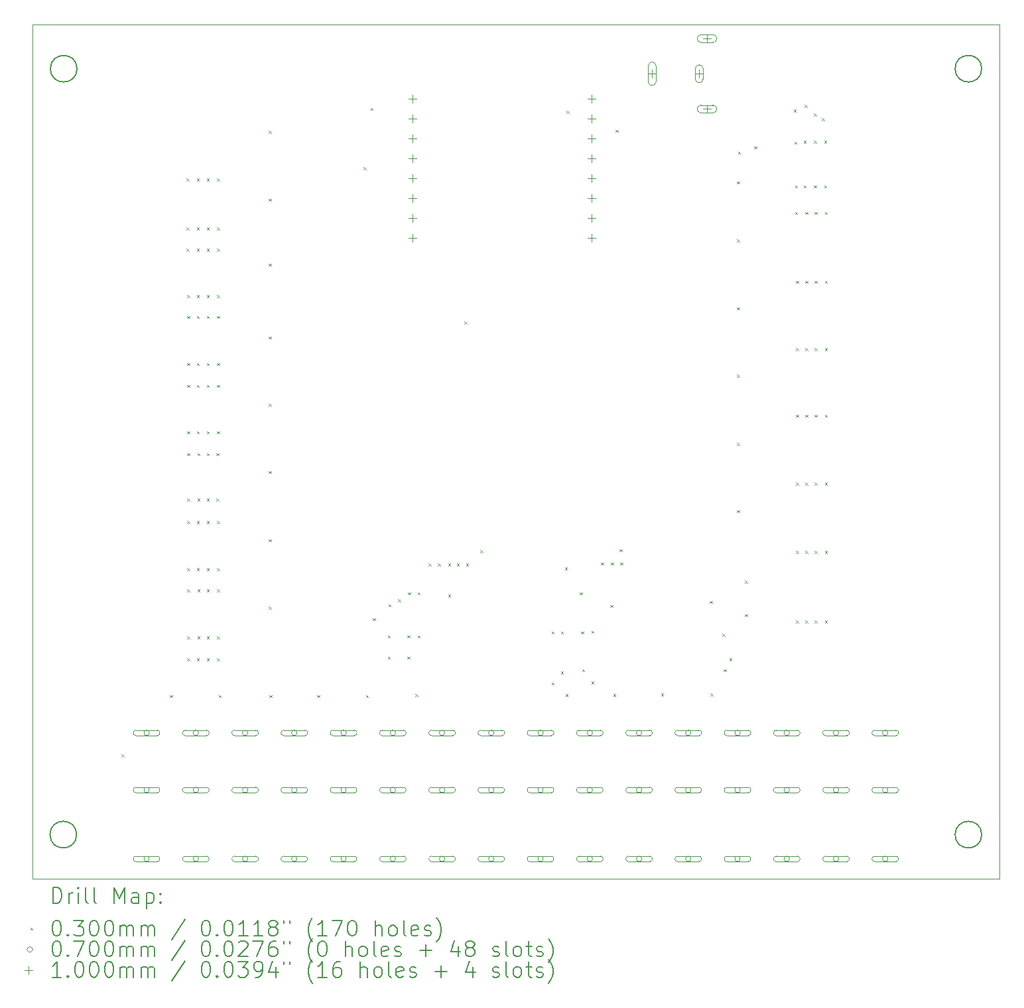
<source format=gbr>
%TF.GenerationSoftware,KiCad,Pcbnew,8.0.5*%
%TF.CreationDate,2025-03-13T16:15:27+08:00*%
%TF.ProjectId,hardware,68617264-7761-4726-952e-6b696361645f,rev?*%
%TF.SameCoordinates,Original*%
%TF.FileFunction,Drillmap*%
%TF.FilePolarity,Positive*%
%FSLAX45Y45*%
G04 Gerber Fmt 4.5, Leading zero omitted, Abs format (unit mm)*
G04 Created by KiCad (PCBNEW 8.0.5) date 2025-03-13 16:15:27*
%MOMM*%
%LPD*%
G01*
G04 APERTURE LIST*
%ADD10C,0.050000*%
%ADD11C,0.200000*%
%ADD12C,0.100000*%
G04 APERTURE END LIST*
D10*
X15793362Y-4348903D02*
X15793362Y-15260318D01*
X15793362Y-4348903D02*
X28115000Y-4348903D01*
X28134000Y-15229841D02*
X28134000Y-15260159D01*
D11*
X16352260Y-14700000D02*
G75*
G02*
X16012260Y-14700000I-170000J0D01*
G01*
X16012260Y-14700000D02*
G75*
G02*
X16352260Y-14700000I170000J0D01*
G01*
X27907260Y-4915000D02*
G75*
G02*
X27567260Y-4915000I-170000J0D01*
G01*
X27567260Y-4915000D02*
G75*
G02*
X27907260Y-4915000I170000J0D01*
G01*
X16357260Y-4915000D02*
G75*
G02*
X16017260Y-4915000I-170000J0D01*
G01*
X16017260Y-4915000D02*
G75*
G02*
X16357260Y-4915000I170000J0D01*
G01*
D10*
X28134000Y-15229841D02*
X28134000Y-4348743D01*
X28134000Y-4348743D02*
X28127260Y-4348743D01*
X28127260Y-4348903D02*
X28115000Y-4348903D01*
D11*
X27907260Y-14700000D02*
G75*
G02*
X27567260Y-14700000I-170000J0D01*
G01*
X27567260Y-14700000D02*
G75*
G02*
X27907260Y-14700000I170000J0D01*
G01*
D10*
X15793362Y-15260318D02*
X28134000Y-15260318D01*
D11*
D12*
X16925000Y-13675000D02*
X16955000Y-13705000D01*
X16955000Y-13675000D02*
X16925000Y-13705000D01*
X17545000Y-12915000D02*
X17575000Y-12945000D01*
X17575000Y-12915000D02*
X17545000Y-12945000D01*
X17755000Y-6315000D02*
X17785000Y-6345000D01*
X17785000Y-6315000D02*
X17755000Y-6345000D01*
X17755000Y-6945000D02*
X17785000Y-6975000D01*
X17785000Y-6945000D02*
X17755000Y-6975000D01*
X17755000Y-7215000D02*
X17785000Y-7245000D01*
X17785000Y-7215000D02*
X17755000Y-7245000D01*
X17765000Y-7805000D02*
X17795000Y-7835000D01*
X17795000Y-7805000D02*
X17765000Y-7835000D01*
X17765000Y-8075000D02*
X17795000Y-8105000D01*
X17795000Y-8075000D02*
X17765000Y-8105000D01*
X17765000Y-8675000D02*
X17795000Y-8705000D01*
X17795000Y-8675000D02*
X17765000Y-8705000D01*
X17765000Y-8955000D02*
X17795000Y-8985000D01*
X17795000Y-8955000D02*
X17765000Y-8985000D01*
X17765000Y-9545000D02*
X17795000Y-9575000D01*
X17795000Y-9545000D02*
X17765000Y-9575000D01*
X17765000Y-9825000D02*
X17795000Y-9855000D01*
X17795000Y-9825000D02*
X17765000Y-9855000D01*
X17765000Y-10405000D02*
X17795000Y-10435000D01*
X17795000Y-10405000D02*
X17765000Y-10435000D01*
X17765000Y-10695000D02*
X17795000Y-10725000D01*
X17795000Y-10695000D02*
X17765000Y-10725000D01*
X17765000Y-11295000D02*
X17795000Y-11325000D01*
X17795000Y-11295000D02*
X17765000Y-11325000D01*
X17765000Y-11565000D02*
X17795000Y-11595000D01*
X17795000Y-11565000D02*
X17765000Y-11595000D01*
X17765000Y-12165000D02*
X17795000Y-12195000D01*
X17795000Y-12165000D02*
X17765000Y-12195000D01*
X17765000Y-12445000D02*
X17795000Y-12475000D01*
X17795000Y-12445000D02*
X17765000Y-12475000D01*
X17885000Y-6315000D02*
X17915000Y-6345000D01*
X17915000Y-6315000D02*
X17885000Y-6345000D01*
X17885000Y-6945000D02*
X17915000Y-6975000D01*
X17915000Y-6945000D02*
X17885000Y-6975000D01*
X17885000Y-7215000D02*
X17915000Y-7245000D01*
X17915000Y-7215000D02*
X17885000Y-7245000D01*
X17885000Y-7805000D02*
X17915000Y-7835000D01*
X17915000Y-7805000D02*
X17885000Y-7835000D01*
X17885000Y-8075000D02*
X17915000Y-8105000D01*
X17915000Y-8075000D02*
X17885000Y-8105000D01*
X17885000Y-8675000D02*
X17915000Y-8705000D01*
X17915000Y-8675000D02*
X17885000Y-8705000D01*
X17885000Y-8955000D02*
X17915000Y-8985000D01*
X17915000Y-8955000D02*
X17885000Y-8985000D01*
X17885000Y-9545000D02*
X17915000Y-9575000D01*
X17915000Y-9545000D02*
X17885000Y-9575000D01*
X17885000Y-10695000D02*
X17915000Y-10725000D01*
X17915000Y-10695000D02*
X17885000Y-10725000D01*
X17885000Y-11295000D02*
X17915000Y-11325000D01*
X17915000Y-11295000D02*
X17885000Y-11325000D01*
X17885000Y-12445000D02*
X17915000Y-12475000D01*
X17915000Y-12445000D02*
X17885000Y-12475000D01*
X17895000Y-9825000D02*
X17925000Y-9855000D01*
X17925000Y-9825000D02*
X17895000Y-9855000D01*
X17895000Y-10405000D02*
X17925000Y-10435000D01*
X17925000Y-10405000D02*
X17895000Y-10435000D01*
X17895000Y-11565000D02*
X17925000Y-11595000D01*
X17925000Y-11565000D02*
X17895000Y-11595000D01*
X17895000Y-12165000D02*
X17925000Y-12195000D01*
X17925000Y-12165000D02*
X17895000Y-12195000D01*
X18015000Y-6315000D02*
X18045000Y-6345000D01*
X18045000Y-6315000D02*
X18015000Y-6345000D01*
X18015000Y-6945000D02*
X18045000Y-6975000D01*
X18045000Y-6945000D02*
X18015000Y-6975000D01*
X18015000Y-7215000D02*
X18045000Y-7245000D01*
X18045000Y-7215000D02*
X18015000Y-7245000D01*
X18015000Y-7805000D02*
X18045000Y-7835000D01*
X18045000Y-7805000D02*
X18015000Y-7835000D01*
X18015000Y-8075000D02*
X18045000Y-8105000D01*
X18045000Y-8075000D02*
X18015000Y-8105000D01*
X18015000Y-8675000D02*
X18045000Y-8705000D01*
X18045000Y-8675000D02*
X18015000Y-8705000D01*
X18015000Y-8955000D02*
X18045000Y-8985000D01*
X18045000Y-8955000D02*
X18015000Y-8985000D01*
X18015000Y-9545000D02*
X18045000Y-9575000D01*
X18045000Y-9545000D02*
X18015000Y-9575000D01*
X18015000Y-9825000D02*
X18045000Y-9855000D01*
X18045000Y-9825000D02*
X18015000Y-9855000D01*
X18015000Y-10405000D02*
X18045000Y-10435000D01*
X18045000Y-10405000D02*
X18015000Y-10435000D01*
X18015000Y-10695000D02*
X18045000Y-10725000D01*
X18045000Y-10695000D02*
X18015000Y-10725000D01*
X18015000Y-11295000D02*
X18045000Y-11325000D01*
X18045000Y-11295000D02*
X18015000Y-11325000D01*
X18015000Y-11565000D02*
X18045000Y-11595000D01*
X18045000Y-11565000D02*
X18015000Y-11595000D01*
X18015000Y-12165000D02*
X18045000Y-12195000D01*
X18045000Y-12165000D02*
X18015000Y-12195000D01*
X18015000Y-12445000D02*
X18045000Y-12475000D01*
X18045000Y-12445000D02*
X18015000Y-12475000D01*
X18135000Y-9825000D02*
X18165000Y-9855000D01*
X18165000Y-9825000D02*
X18135000Y-9855000D01*
X18135000Y-10405000D02*
X18165000Y-10435000D01*
X18165000Y-10405000D02*
X18135000Y-10435000D01*
X18145000Y-6315000D02*
X18175000Y-6345000D01*
X18175000Y-6315000D02*
X18145000Y-6345000D01*
X18145000Y-6945000D02*
X18175000Y-6975000D01*
X18175000Y-6945000D02*
X18145000Y-6975000D01*
X18145000Y-7215000D02*
X18175000Y-7245000D01*
X18175000Y-7215000D02*
X18145000Y-7245000D01*
X18145000Y-7805000D02*
X18175000Y-7835000D01*
X18175000Y-7805000D02*
X18145000Y-7835000D01*
X18145000Y-8075000D02*
X18175000Y-8105000D01*
X18175000Y-8075000D02*
X18145000Y-8105000D01*
X18145000Y-8675000D02*
X18175000Y-8705000D01*
X18175000Y-8675000D02*
X18145000Y-8705000D01*
X18145000Y-8955000D02*
X18175000Y-8985000D01*
X18175000Y-8955000D02*
X18145000Y-8985000D01*
X18145000Y-9545000D02*
X18175000Y-9575000D01*
X18175000Y-9545000D02*
X18145000Y-9575000D01*
X18145000Y-10695000D02*
X18175000Y-10725000D01*
X18175000Y-10695000D02*
X18145000Y-10725000D01*
X18145000Y-11295000D02*
X18175000Y-11325000D01*
X18175000Y-11295000D02*
X18145000Y-11325000D01*
X18145000Y-11565000D02*
X18175000Y-11595000D01*
X18175000Y-11565000D02*
X18145000Y-11595000D01*
X18145000Y-12165000D02*
X18175000Y-12195000D01*
X18175000Y-12165000D02*
X18145000Y-12195000D01*
X18145000Y-12445000D02*
X18175000Y-12475000D01*
X18175000Y-12445000D02*
X18145000Y-12475000D01*
X18165000Y-12915000D02*
X18195000Y-12945000D01*
X18195000Y-12915000D02*
X18165000Y-12945000D01*
X18805000Y-5705000D02*
X18835000Y-5735000D01*
X18835000Y-5705000D02*
X18805000Y-5735000D01*
X18805000Y-6575000D02*
X18835000Y-6605000D01*
X18835000Y-6575000D02*
X18805000Y-6605000D01*
X18805000Y-7405000D02*
X18835000Y-7435000D01*
X18835000Y-7405000D02*
X18805000Y-7435000D01*
X18805000Y-8335000D02*
X18835000Y-8365000D01*
X18835000Y-8335000D02*
X18805000Y-8365000D01*
X18805000Y-9195000D02*
X18835000Y-9225000D01*
X18835000Y-9195000D02*
X18805000Y-9225000D01*
X18805000Y-10055000D02*
X18835000Y-10085000D01*
X18835000Y-10055000D02*
X18805000Y-10085000D01*
X18805000Y-10925000D02*
X18835000Y-10955000D01*
X18835000Y-10925000D02*
X18805000Y-10955000D01*
X18805000Y-11785000D02*
X18835000Y-11815000D01*
X18835000Y-11785000D02*
X18805000Y-11815000D01*
X18815000Y-12915000D02*
X18845000Y-12945000D01*
X18845000Y-12915000D02*
X18815000Y-12945000D01*
X19425000Y-12915000D02*
X19455000Y-12945000D01*
X19455000Y-12915000D02*
X19425000Y-12945000D01*
X20015000Y-6175000D02*
X20045000Y-6205000D01*
X20045000Y-6175000D02*
X20015000Y-6205000D01*
X20045000Y-12915000D02*
X20075000Y-12945000D01*
X20075000Y-12915000D02*
X20045000Y-12945000D01*
X20105000Y-5415000D02*
X20135000Y-5445000D01*
X20135000Y-5415000D02*
X20105000Y-5445000D01*
X20135000Y-11935000D02*
X20165000Y-11965000D01*
X20165000Y-11935000D02*
X20135000Y-11965000D01*
X20325000Y-12155000D02*
X20355000Y-12185000D01*
X20355000Y-12155000D02*
X20325000Y-12185000D01*
X20325000Y-12425000D02*
X20355000Y-12455000D01*
X20355000Y-12425000D02*
X20325000Y-12455000D01*
X20335000Y-11755000D02*
X20365000Y-11785000D01*
X20365000Y-11755000D02*
X20335000Y-11785000D01*
X20455000Y-11695000D02*
X20485000Y-11725000D01*
X20485000Y-11695000D02*
X20455000Y-11725000D01*
X20575000Y-12155000D02*
X20605000Y-12185000D01*
X20605000Y-12155000D02*
X20575000Y-12185000D01*
X20575000Y-12425000D02*
X20605000Y-12455000D01*
X20605000Y-12425000D02*
X20575000Y-12455000D01*
X20585000Y-11605000D02*
X20615000Y-11635000D01*
X20615000Y-11605000D02*
X20585000Y-11635000D01*
X20675000Y-12905000D02*
X20705000Y-12935000D01*
X20705000Y-12905000D02*
X20675000Y-12935000D01*
X20705000Y-11605000D02*
X20735000Y-11635000D01*
X20735000Y-11605000D02*
X20705000Y-11635000D01*
X20705000Y-12155000D02*
X20735000Y-12185000D01*
X20735000Y-12155000D02*
X20705000Y-12185000D01*
X20845000Y-11235000D02*
X20875000Y-11265000D01*
X20875000Y-11235000D02*
X20845000Y-11265000D01*
X20965000Y-11235000D02*
X20995000Y-11265000D01*
X20995000Y-11235000D02*
X20965000Y-11265000D01*
X21095000Y-11235000D02*
X21125000Y-11265000D01*
X21125000Y-11235000D02*
X21095000Y-11265000D01*
X21095000Y-11635000D02*
X21125000Y-11665000D01*
X21125000Y-11635000D02*
X21095000Y-11665000D01*
X21205000Y-11235000D02*
X21235000Y-11265000D01*
X21235000Y-11235000D02*
X21205000Y-11265000D01*
X21305000Y-8145000D02*
X21335000Y-8175000D01*
X21335000Y-8145000D02*
X21305000Y-8175000D01*
X21325000Y-11235000D02*
X21355000Y-11265000D01*
X21355000Y-11235000D02*
X21325000Y-11265000D01*
X21505000Y-11065000D02*
X21535000Y-11095000D01*
X21535000Y-11065000D02*
X21505000Y-11095000D01*
X22415000Y-12105000D02*
X22445000Y-12135000D01*
X22445000Y-12105000D02*
X22415000Y-12135000D01*
X22415000Y-12755000D02*
X22445000Y-12785000D01*
X22445000Y-12755000D02*
X22415000Y-12785000D01*
X22535000Y-12105000D02*
X22565000Y-12135000D01*
X22565000Y-12105000D02*
X22535000Y-12135000D01*
X22535000Y-12615000D02*
X22565000Y-12645000D01*
X22565000Y-12615000D02*
X22535000Y-12645000D01*
X22585000Y-11285000D02*
X22615000Y-11315000D01*
X22615000Y-11285000D02*
X22585000Y-11315000D01*
X22595000Y-12905000D02*
X22625000Y-12935000D01*
X22625000Y-12905000D02*
X22595000Y-12935000D01*
X22605000Y-5455000D02*
X22635000Y-5485000D01*
X22635000Y-5455000D02*
X22605000Y-5485000D01*
X22775000Y-11605000D02*
X22805000Y-11635000D01*
X22805000Y-11605000D02*
X22775000Y-11635000D01*
X22795000Y-12105000D02*
X22825000Y-12135000D01*
X22825000Y-12105000D02*
X22795000Y-12135000D01*
X22805000Y-12585000D02*
X22835000Y-12615000D01*
X22835000Y-12585000D02*
X22805000Y-12615000D01*
X22925000Y-12095000D02*
X22955000Y-12125000D01*
X22955000Y-12095000D02*
X22925000Y-12125000D01*
X22925000Y-12745000D02*
X22955000Y-12775000D01*
X22955000Y-12745000D02*
X22925000Y-12775000D01*
X23045000Y-11225000D02*
X23075000Y-11255000D01*
X23075000Y-11225000D02*
X23045000Y-11255000D01*
X23165000Y-11765000D02*
X23195000Y-11795000D01*
X23195000Y-11765000D02*
X23165000Y-11795000D01*
X23175000Y-11225000D02*
X23205000Y-11255000D01*
X23205000Y-11225000D02*
X23175000Y-11255000D01*
X23205000Y-12905000D02*
X23235000Y-12935000D01*
X23235000Y-12905000D02*
X23205000Y-12935000D01*
X23235000Y-5695000D02*
X23265000Y-5725000D01*
X23265000Y-5695000D02*
X23235000Y-5725000D01*
X23285000Y-11055000D02*
X23315000Y-11085000D01*
X23315000Y-11055000D02*
X23285000Y-11085000D01*
X23295000Y-11225000D02*
X23325000Y-11255000D01*
X23325000Y-11225000D02*
X23295000Y-11255000D01*
X23815000Y-12895000D02*
X23845000Y-12925000D01*
X23845000Y-12895000D02*
X23815000Y-12925000D01*
X24435000Y-11715000D02*
X24465000Y-11745000D01*
X24465000Y-11715000D02*
X24435000Y-11745000D01*
X24445000Y-12895000D02*
X24475000Y-12925000D01*
X24475000Y-12895000D02*
X24445000Y-12925000D01*
X24595000Y-12135000D02*
X24625000Y-12165000D01*
X24625000Y-12135000D02*
X24595000Y-12165000D01*
X24615000Y-12585000D02*
X24645000Y-12615000D01*
X24645000Y-12585000D02*
X24615000Y-12615000D01*
X24685000Y-12445000D02*
X24715000Y-12475000D01*
X24715000Y-12445000D02*
X24685000Y-12475000D01*
X24785000Y-6355000D02*
X24815000Y-6385000D01*
X24815000Y-6355000D02*
X24785000Y-6385000D01*
X24785000Y-7095000D02*
X24815000Y-7125000D01*
X24815000Y-7095000D02*
X24785000Y-7125000D01*
X24785000Y-7965000D02*
X24815000Y-7995000D01*
X24815000Y-7965000D02*
X24785000Y-7995000D01*
X24785000Y-8825000D02*
X24815000Y-8855000D01*
X24815000Y-8825000D02*
X24785000Y-8855000D01*
X24785000Y-9695000D02*
X24815000Y-9725000D01*
X24815000Y-9695000D02*
X24785000Y-9725000D01*
X24785000Y-10555000D02*
X24815000Y-10585000D01*
X24815000Y-10555000D02*
X24785000Y-10585000D01*
X24795000Y-5975000D02*
X24825000Y-6005000D01*
X24825000Y-5975000D02*
X24795000Y-6005000D01*
X24885000Y-11455000D02*
X24915000Y-11485000D01*
X24915000Y-11455000D02*
X24885000Y-11485000D01*
X24885000Y-11885000D02*
X24915000Y-11915000D01*
X24915000Y-11885000D02*
X24885000Y-11915000D01*
X25005000Y-5905000D02*
X25035000Y-5935000D01*
X25035000Y-5905000D02*
X25005000Y-5935000D01*
X25505000Y-5435000D02*
X25535000Y-5465000D01*
X25535000Y-5435000D02*
X25505000Y-5465000D01*
X25515000Y-5845000D02*
X25545000Y-5875000D01*
X25545000Y-5845000D02*
X25515000Y-5875000D01*
X25525000Y-6405000D02*
X25555000Y-6435000D01*
X25555000Y-6405000D02*
X25525000Y-6435000D01*
X25525000Y-6745000D02*
X25555000Y-6775000D01*
X25555000Y-6745000D02*
X25525000Y-6775000D01*
X25535000Y-7625000D02*
X25565000Y-7655000D01*
X25565000Y-7625000D02*
X25535000Y-7655000D01*
X25535000Y-8485000D02*
X25565000Y-8515000D01*
X25565000Y-8485000D02*
X25535000Y-8515000D01*
X25535000Y-9335000D02*
X25565000Y-9365000D01*
X25565000Y-9335000D02*
X25535000Y-9365000D01*
X25535000Y-10205000D02*
X25565000Y-10235000D01*
X25565000Y-10205000D02*
X25535000Y-10235000D01*
X25535000Y-11075000D02*
X25565000Y-11105000D01*
X25565000Y-11075000D02*
X25535000Y-11105000D01*
X25535000Y-11965000D02*
X25565000Y-11995000D01*
X25565000Y-11965000D02*
X25535000Y-11995000D01*
X25635000Y-5835000D02*
X25665000Y-5865000D01*
X25665000Y-5835000D02*
X25635000Y-5865000D01*
X25635000Y-6405000D02*
X25665000Y-6435000D01*
X25665000Y-6405000D02*
X25635000Y-6435000D01*
X25645000Y-5375000D02*
X25675000Y-5405000D01*
X25675000Y-5375000D02*
X25645000Y-5405000D01*
X25655000Y-6745000D02*
X25685000Y-6775000D01*
X25685000Y-6745000D02*
X25655000Y-6775000D01*
X25655000Y-7625000D02*
X25685000Y-7655000D01*
X25685000Y-7625000D02*
X25655000Y-7655000D01*
X25655000Y-8485000D02*
X25685000Y-8515000D01*
X25685000Y-8485000D02*
X25655000Y-8515000D01*
X25655000Y-9335000D02*
X25685000Y-9365000D01*
X25685000Y-9335000D02*
X25655000Y-9365000D01*
X25655000Y-10205000D02*
X25685000Y-10235000D01*
X25685000Y-10205000D02*
X25655000Y-10235000D01*
X25655000Y-11075000D02*
X25685000Y-11105000D01*
X25685000Y-11075000D02*
X25655000Y-11105000D01*
X25655000Y-11965000D02*
X25685000Y-11995000D01*
X25685000Y-11965000D02*
X25655000Y-11995000D01*
X25765000Y-5485000D02*
X25795000Y-5515000D01*
X25795000Y-5485000D02*
X25765000Y-5515000D01*
X25765000Y-5835000D02*
X25795000Y-5865000D01*
X25795000Y-5835000D02*
X25765000Y-5865000D01*
X25765000Y-6405000D02*
X25795000Y-6435000D01*
X25795000Y-6405000D02*
X25765000Y-6435000D01*
X25775000Y-6745000D02*
X25805000Y-6775000D01*
X25805000Y-6745000D02*
X25775000Y-6775000D01*
X25775000Y-7625000D02*
X25805000Y-7655000D01*
X25805000Y-7625000D02*
X25775000Y-7655000D01*
X25775000Y-8485000D02*
X25805000Y-8515000D01*
X25805000Y-8485000D02*
X25775000Y-8515000D01*
X25775000Y-9335000D02*
X25805000Y-9365000D01*
X25805000Y-9335000D02*
X25775000Y-9365000D01*
X25775000Y-10205000D02*
X25805000Y-10235000D01*
X25805000Y-10205000D02*
X25775000Y-10235000D01*
X25775000Y-11075000D02*
X25805000Y-11105000D01*
X25805000Y-11075000D02*
X25775000Y-11105000D01*
X25775000Y-11965000D02*
X25805000Y-11995000D01*
X25805000Y-11965000D02*
X25775000Y-11995000D01*
X25865000Y-5545000D02*
X25895000Y-5575000D01*
X25895000Y-5545000D02*
X25865000Y-5575000D01*
X25895000Y-5835000D02*
X25925000Y-5865000D01*
X25925000Y-5835000D02*
X25895000Y-5865000D01*
X25895000Y-6405000D02*
X25925000Y-6435000D01*
X25925000Y-6405000D02*
X25895000Y-6435000D01*
X25905000Y-6745000D02*
X25935000Y-6775000D01*
X25935000Y-6745000D02*
X25905000Y-6775000D01*
X25905000Y-7625000D02*
X25935000Y-7655000D01*
X25935000Y-7625000D02*
X25905000Y-7655000D01*
X25905000Y-8485000D02*
X25935000Y-8515000D01*
X25935000Y-8485000D02*
X25905000Y-8515000D01*
X25905000Y-9335000D02*
X25935000Y-9365000D01*
X25935000Y-9335000D02*
X25905000Y-9365000D01*
X25905000Y-10205000D02*
X25935000Y-10235000D01*
X25935000Y-10205000D02*
X25905000Y-10235000D01*
X25905000Y-11075000D02*
X25935000Y-11105000D01*
X25935000Y-11075000D02*
X25905000Y-11105000D01*
X25905000Y-11965000D02*
X25935000Y-11995000D01*
X25935000Y-11965000D02*
X25905000Y-11995000D01*
X17281001Y-13400000D02*
G75*
G02*
X17211001Y-13400000I-35000J0D01*
G01*
X17211001Y-13400000D02*
G75*
G02*
X17281001Y-13400000I35000J0D01*
G01*
X17111001Y-13435000D02*
X17381001Y-13435000D01*
X17381001Y-13365000D02*
G75*
G02*
X17381001Y-13435000I0J-35000D01*
G01*
X17381001Y-13365000D02*
X17111001Y-13365000D01*
X17111001Y-13365000D02*
G75*
G03*
X17111001Y-13435000I0J-35000D01*
G01*
X17281001Y-14130000D02*
G75*
G02*
X17211001Y-14130000I-35000J0D01*
G01*
X17211001Y-14130000D02*
G75*
G02*
X17281001Y-14130000I35000J0D01*
G01*
X17111001Y-14165000D02*
X17381001Y-14165000D01*
X17381001Y-14095000D02*
G75*
G02*
X17381001Y-14165000I0J-35000D01*
G01*
X17381001Y-14095000D02*
X17111001Y-14095000D01*
X17111001Y-14095000D02*
G75*
G03*
X17111001Y-14165000I0J-35000D01*
G01*
X17281001Y-15010000D02*
G75*
G02*
X17211001Y-15010000I-35000J0D01*
G01*
X17211001Y-15010000D02*
G75*
G02*
X17281001Y-15010000I35000J0D01*
G01*
X17111001Y-15045000D02*
X17381001Y-15045000D01*
X17381001Y-14975000D02*
G75*
G02*
X17381001Y-15045000I0J-35000D01*
G01*
X17381001Y-14975000D02*
X17111001Y-14975000D01*
X17111001Y-14975000D02*
G75*
G03*
X17111001Y-15045000I0J-35000D01*
G01*
X17909668Y-13400000D02*
G75*
G02*
X17839668Y-13400000I-35000J0D01*
G01*
X17839668Y-13400000D02*
G75*
G02*
X17909668Y-13400000I35000J0D01*
G01*
X17739668Y-13435000D02*
X18009668Y-13435000D01*
X18009668Y-13365000D02*
G75*
G02*
X18009668Y-13435000I0J-35000D01*
G01*
X18009668Y-13365000D02*
X17739668Y-13365000D01*
X17739668Y-13365000D02*
G75*
G03*
X17739668Y-13435000I0J-35000D01*
G01*
X17909668Y-14130000D02*
G75*
G02*
X17839668Y-14130000I-35000J0D01*
G01*
X17839668Y-14130000D02*
G75*
G02*
X17909668Y-14130000I35000J0D01*
G01*
X17739668Y-14165000D02*
X18009668Y-14165000D01*
X18009668Y-14095000D02*
G75*
G02*
X18009668Y-14165000I0J-35000D01*
G01*
X18009668Y-14095000D02*
X17739668Y-14095000D01*
X17739668Y-14095000D02*
G75*
G03*
X17739668Y-14165000I0J-35000D01*
G01*
X17909668Y-15010000D02*
G75*
G02*
X17839668Y-15010000I-35000J0D01*
G01*
X17839668Y-15010000D02*
G75*
G02*
X17909668Y-15010000I35000J0D01*
G01*
X17739668Y-15045000D02*
X18009668Y-15045000D01*
X18009668Y-14975000D02*
G75*
G02*
X18009668Y-15045000I0J-35000D01*
G01*
X18009668Y-14975000D02*
X17739668Y-14975000D01*
X17739668Y-14975000D02*
G75*
G03*
X17739668Y-15045000I0J-35000D01*
G01*
X18538334Y-13400000D02*
G75*
G02*
X18468334Y-13400000I-35000J0D01*
G01*
X18468334Y-13400000D02*
G75*
G02*
X18538334Y-13400000I35000J0D01*
G01*
X18368334Y-13435000D02*
X18638334Y-13435000D01*
X18638334Y-13365000D02*
G75*
G02*
X18638334Y-13435000I0J-35000D01*
G01*
X18638334Y-13365000D02*
X18368334Y-13365000D01*
X18368334Y-13365000D02*
G75*
G03*
X18368334Y-13435000I0J-35000D01*
G01*
X18538334Y-14130000D02*
G75*
G02*
X18468334Y-14130000I-35000J0D01*
G01*
X18468334Y-14130000D02*
G75*
G02*
X18538334Y-14130000I35000J0D01*
G01*
X18368334Y-14165000D02*
X18638334Y-14165000D01*
X18638334Y-14095000D02*
G75*
G02*
X18638334Y-14165000I0J-35000D01*
G01*
X18638334Y-14095000D02*
X18368334Y-14095000D01*
X18368334Y-14095000D02*
G75*
G03*
X18368334Y-14165000I0J-35000D01*
G01*
X18538334Y-15010000D02*
G75*
G02*
X18468334Y-15010000I-35000J0D01*
G01*
X18468334Y-15010000D02*
G75*
G02*
X18538334Y-15010000I35000J0D01*
G01*
X18368334Y-15045000D02*
X18638334Y-15045000D01*
X18638334Y-14975000D02*
G75*
G02*
X18638334Y-15045000I0J-35000D01*
G01*
X18638334Y-14975000D02*
X18368334Y-14975000D01*
X18368334Y-14975000D02*
G75*
G03*
X18368334Y-15045000I0J-35000D01*
G01*
X19167001Y-13400000D02*
G75*
G02*
X19097001Y-13400000I-35000J0D01*
G01*
X19097001Y-13400000D02*
G75*
G02*
X19167001Y-13400000I35000J0D01*
G01*
X18997001Y-13435000D02*
X19267001Y-13435000D01*
X19267001Y-13365000D02*
G75*
G02*
X19267001Y-13435000I0J-35000D01*
G01*
X19267001Y-13365000D02*
X18997001Y-13365000D01*
X18997001Y-13365000D02*
G75*
G03*
X18997001Y-13435000I0J-35000D01*
G01*
X19167001Y-14130000D02*
G75*
G02*
X19097001Y-14130000I-35000J0D01*
G01*
X19097001Y-14130000D02*
G75*
G02*
X19167001Y-14130000I35000J0D01*
G01*
X18997001Y-14165000D02*
X19267001Y-14165000D01*
X19267001Y-14095000D02*
G75*
G02*
X19267001Y-14165000I0J-35000D01*
G01*
X19267001Y-14095000D02*
X18997001Y-14095000D01*
X18997001Y-14095000D02*
G75*
G03*
X18997001Y-14165000I0J-35000D01*
G01*
X19167001Y-15010000D02*
G75*
G02*
X19097001Y-15010000I-35000J0D01*
G01*
X19097001Y-15010000D02*
G75*
G02*
X19167001Y-15010000I35000J0D01*
G01*
X18997001Y-15045000D02*
X19267001Y-15045000D01*
X19267001Y-14975000D02*
G75*
G02*
X19267001Y-15045000I0J-35000D01*
G01*
X19267001Y-14975000D02*
X18997001Y-14975000D01*
X18997001Y-14975000D02*
G75*
G03*
X18997001Y-15045000I0J-35000D01*
G01*
X19795667Y-13400000D02*
G75*
G02*
X19725667Y-13400000I-35000J0D01*
G01*
X19725667Y-13400000D02*
G75*
G02*
X19795667Y-13400000I35000J0D01*
G01*
X19625667Y-13435000D02*
X19895667Y-13435000D01*
X19895667Y-13365000D02*
G75*
G02*
X19895667Y-13435000I0J-35000D01*
G01*
X19895667Y-13365000D02*
X19625667Y-13365000D01*
X19625667Y-13365000D02*
G75*
G03*
X19625667Y-13435000I0J-35000D01*
G01*
X19795667Y-14130000D02*
G75*
G02*
X19725667Y-14130000I-35000J0D01*
G01*
X19725667Y-14130000D02*
G75*
G02*
X19795667Y-14130000I35000J0D01*
G01*
X19625667Y-14165000D02*
X19895667Y-14165000D01*
X19895667Y-14095000D02*
G75*
G02*
X19895667Y-14165000I0J-35000D01*
G01*
X19895667Y-14095000D02*
X19625667Y-14095000D01*
X19625667Y-14095000D02*
G75*
G03*
X19625667Y-14165000I0J-35000D01*
G01*
X19795667Y-15010000D02*
G75*
G02*
X19725667Y-15010000I-35000J0D01*
G01*
X19725667Y-15010000D02*
G75*
G02*
X19795667Y-15010000I35000J0D01*
G01*
X19625667Y-15045000D02*
X19895667Y-15045000D01*
X19895667Y-14975000D02*
G75*
G02*
X19895667Y-15045000I0J-35000D01*
G01*
X19895667Y-14975000D02*
X19625667Y-14975000D01*
X19625667Y-14975000D02*
G75*
G03*
X19625667Y-15045000I0J-35000D01*
G01*
X20424334Y-13400000D02*
G75*
G02*
X20354334Y-13400000I-35000J0D01*
G01*
X20354334Y-13400000D02*
G75*
G02*
X20424334Y-13400000I35000J0D01*
G01*
X20254334Y-13435000D02*
X20524334Y-13435000D01*
X20524334Y-13365000D02*
G75*
G02*
X20524334Y-13435000I0J-35000D01*
G01*
X20524334Y-13365000D02*
X20254334Y-13365000D01*
X20254334Y-13365000D02*
G75*
G03*
X20254334Y-13435000I0J-35000D01*
G01*
X20424334Y-14130000D02*
G75*
G02*
X20354334Y-14130000I-35000J0D01*
G01*
X20354334Y-14130000D02*
G75*
G02*
X20424334Y-14130000I35000J0D01*
G01*
X20254334Y-14165000D02*
X20524334Y-14165000D01*
X20524334Y-14095000D02*
G75*
G02*
X20524334Y-14165000I0J-35000D01*
G01*
X20524334Y-14095000D02*
X20254334Y-14095000D01*
X20254334Y-14095000D02*
G75*
G03*
X20254334Y-14165000I0J-35000D01*
G01*
X20424334Y-15010000D02*
G75*
G02*
X20354334Y-15010000I-35000J0D01*
G01*
X20354334Y-15010000D02*
G75*
G02*
X20424334Y-15010000I35000J0D01*
G01*
X20254334Y-15045000D02*
X20524334Y-15045000D01*
X20524334Y-14975000D02*
G75*
G02*
X20524334Y-15045000I0J-35000D01*
G01*
X20524334Y-14975000D02*
X20254334Y-14975000D01*
X20254334Y-14975000D02*
G75*
G03*
X20254334Y-15045000I0J-35000D01*
G01*
X21053001Y-13400000D02*
G75*
G02*
X20983001Y-13400000I-35000J0D01*
G01*
X20983001Y-13400000D02*
G75*
G02*
X21053001Y-13400000I35000J0D01*
G01*
X20883001Y-13435000D02*
X21153001Y-13435000D01*
X21153001Y-13365000D02*
G75*
G02*
X21153001Y-13435000I0J-35000D01*
G01*
X21153001Y-13365000D02*
X20883001Y-13365000D01*
X20883001Y-13365000D02*
G75*
G03*
X20883001Y-13435000I0J-35000D01*
G01*
X21053001Y-14130000D02*
G75*
G02*
X20983001Y-14130000I-35000J0D01*
G01*
X20983001Y-14130000D02*
G75*
G02*
X21053001Y-14130000I35000J0D01*
G01*
X20883001Y-14165000D02*
X21153001Y-14165000D01*
X21153001Y-14095000D02*
G75*
G02*
X21153001Y-14165000I0J-35000D01*
G01*
X21153001Y-14095000D02*
X20883001Y-14095000D01*
X20883001Y-14095000D02*
G75*
G03*
X20883001Y-14165000I0J-35000D01*
G01*
X21053001Y-15010000D02*
G75*
G02*
X20983001Y-15010000I-35000J0D01*
G01*
X20983001Y-15010000D02*
G75*
G02*
X21053001Y-15010000I35000J0D01*
G01*
X20883001Y-15045000D02*
X21153001Y-15045000D01*
X21153001Y-14975000D02*
G75*
G02*
X21153001Y-15045000I0J-35000D01*
G01*
X21153001Y-14975000D02*
X20883001Y-14975000D01*
X20883001Y-14975000D02*
G75*
G03*
X20883001Y-15045000I0J-35000D01*
G01*
X21681667Y-13400000D02*
G75*
G02*
X21611667Y-13400000I-35000J0D01*
G01*
X21611667Y-13400000D02*
G75*
G02*
X21681667Y-13400000I35000J0D01*
G01*
X21511667Y-13435000D02*
X21781667Y-13435000D01*
X21781667Y-13365000D02*
G75*
G02*
X21781667Y-13435000I0J-35000D01*
G01*
X21781667Y-13365000D02*
X21511667Y-13365000D01*
X21511667Y-13365000D02*
G75*
G03*
X21511667Y-13435000I0J-35000D01*
G01*
X21681667Y-14130000D02*
G75*
G02*
X21611667Y-14130000I-35000J0D01*
G01*
X21611667Y-14130000D02*
G75*
G02*
X21681667Y-14130000I35000J0D01*
G01*
X21511667Y-14165000D02*
X21781667Y-14165000D01*
X21781667Y-14095000D02*
G75*
G02*
X21781667Y-14165000I0J-35000D01*
G01*
X21781667Y-14095000D02*
X21511667Y-14095000D01*
X21511667Y-14095000D02*
G75*
G03*
X21511667Y-14165000I0J-35000D01*
G01*
X21681667Y-15010000D02*
G75*
G02*
X21611667Y-15010000I-35000J0D01*
G01*
X21611667Y-15010000D02*
G75*
G02*
X21681667Y-15010000I35000J0D01*
G01*
X21511667Y-15045000D02*
X21781667Y-15045000D01*
X21781667Y-14975000D02*
G75*
G02*
X21781667Y-15045000I0J-35000D01*
G01*
X21781667Y-14975000D02*
X21511667Y-14975000D01*
X21511667Y-14975000D02*
G75*
G03*
X21511667Y-15045000I0J-35000D01*
G01*
X22310334Y-13400000D02*
G75*
G02*
X22240334Y-13400000I-35000J0D01*
G01*
X22240334Y-13400000D02*
G75*
G02*
X22310334Y-13400000I35000J0D01*
G01*
X22140334Y-13435000D02*
X22410334Y-13435000D01*
X22410334Y-13365000D02*
G75*
G02*
X22410334Y-13435000I0J-35000D01*
G01*
X22410334Y-13365000D02*
X22140334Y-13365000D01*
X22140334Y-13365000D02*
G75*
G03*
X22140334Y-13435000I0J-35000D01*
G01*
X22310334Y-14130000D02*
G75*
G02*
X22240334Y-14130000I-35000J0D01*
G01*
X22240334Y-14130000D02*
G75*
G02*
X22310334Y-14130000I35000J0D01*
G01*
X22140334Y-14165000D02*
X22410334Y-14165000D01*
X22410334Y-14095000D02*
G75*
G02*
X22410334Y-14165000I0J-35000D01*
G01*
X22410334Y-14095000D02*
X22140334Y-14095000D01*
X22140334Y-14095000D02*
G75*
G03*
X22140334Y-14165000I0J-35000D01*
G01*
X22310334Y-15010000D02*
G75*
G02*
X22240334Y-15010000I-35000J0D01*
G01*
X22240334Y-15010000D02*
G75*
G02*
X22310334Y-15010000I35000J0D01*
G01*
X22140334Y-15045000D02*
X22410334Y-15045000D01*
X22410334Y-14975000D02*
G75*
G02*
X22410334Y-15045000I0J-35000D01*
G01*
X22410334Y-14975000D02*
X22140334Y-14975000D01*
X22140334Y-14975000D02*
G75*
G03*
X22140334Y-15045000I0J-35000D01*
G01*
X22939000Y-13400000D02*
G75*
G02*
X22869000Y-13400000I-35000J0D01*
G01*
X22869000Y-13400000D02*
G75*
G02*
X22939000Y-13400000I35000J0D01*
G01*
X22769000Y-13435000D02*
X23039000Y-13435000D01*
X23039000Y-13365000D02*
G75*
G02*
X23039000Y-13435000I0J-35000D01*
G01*
X23039000Y-13365000D02*
X22769000Y-13365000D01*
X22769000Y-13365000D02*
G75*
G03*
X22769000Y-13435000I0J-35000D01*
G01*
X22939000Y-14130000D02*
G75*
G02*
X22869000Y-14130000I-35000J0D01*
G01*
X22869000Y-14130000D02*
G75*
G02*
X22939000Y-14130000I35000J0D01*
G01*
X22769000Y-14165000D02*
X23039000Y-14165000D01*
X23039000Y-14095000D02*
G75*
G02*
X23039000Y-14165000I0J-35000D01*
G01*
X23039000Y-14095000D02*
X22769000Y-14095000D01*
X22769000Y-14095000D02*
G75*
G03*
X22769000Y-14165000I0J-35000D01*
G01*
X22939000Y-15010000D02*
G75*
G02*
X22869000Y-15010000I-35000J0D01*
G01*
X22869000Y-15010000D02*
G75*
G02*
X22939000Y-15010000I35000J0D01*
G01*
X22769000Y-15045000D02*
X23039000Y-15045000D01*
X23039000Y-14975000D02*
G75*
G02*
X23039000Y-15045000I0J-35000D01*
G01*
X23039000Y-14975000D02*
X22769000Y-14975000D01*
X22769000Y-14975000D02*
G75*
G03*
X22769000Y-15045000I0J-35000D01*
G01*
X23567667Y-13400000D02*
G75*
G02*
X23497667Y-13400000I-35000J0D01*
G01*
X23497667Y-13400000D02*
G75*
G02*
X23567667Y-13400000I35000J0D01*
G01*
X23397667Y-13435000D02*
X23667667Y-13435000D01*
X23667667Y-13365000D02*
G75*
G02*
X23667667Y-13435000I0J-35000D01*
G01*
X23667667Y-13365000D02*
X23397667Y-13365000D01*
X23397667Y-13365000D02*
G75*
G03*
X23397667Y-13435000I0J-35000D01*
G01*
X23567667Y-14130000D02*
G75*
G02*
X23497667Y-14130000I-35000J0D01*
G01*
X23497667Y-14130000D02*
G75*
G02*
X23567667Y-14130000I35000J0D01*
G01*
X23397667Y-14165000D02*
X23667667Y-14165000D01*
X23667667Y-14095000D02*
G75*
G02*
X23667667Y-14165000I0J-35000D01*
G01*
X23667667Y-14095000D02*
X23397667Y-14095000D01*
X23397667Y-14095000D02*
G75*
G03*
X23397667Y-14165000I0J-35000D01*
G01*
X23567667Y-15010000D02*
G75*
G02*
X23497667Y-15010000I-35000J0D01*
G01*
X23497667Y-15010000D02*
G75*
G02*
X23567667Y-15010000I35000J0D01*
G01*
X23397667Y-15045000D02*
X23667667Y-15045000D01*
X23667667Y-14975000D02*
G75*
G02*
X23667667Y-15045000I0J-35000D01*
G01*
X23667667Y-14975000D02*
X23397667Y-14975000D01*
X23397667Y-14975000D02*
G75*
G03*
X23397667Y-15045000I0J-35000D01*
G01*
X24196334Y-13400000D02*
G75*
G02*
X24126334Y-13400000I-35000J0D01*
G01*
X24126334Y-13400000D02*
G75*
G02*
X24196334Y-13400000I35000J0D01*
G01*
X24026334Y-13435000D02*
X24296334Y-13435000D01*
X24296334Y-13365000D02*
G75*
G02*
X24296334Y-13435000I0J-35000D01*
G01*
X24296334Y-13365000D02*
X24026334Y-13365000D01*
X24026334Y-13365000D02*
G75*
G03*
X24026334Y-13435000I0J-35000D01*
G01*
X24196334Y-14130000D02*
G75*
G02*
X24126334Y-14130000I-35000J0D01*
G01*
X24126334Y-14130000D02*
G75*
G02*
X24196334Y-14130000I35000J0D01*
G01*
X24026334Y-14165000D02*
X24296334Y-14165000D01*
X24296334Y-14095000D02*
G75*
G02*
X24296334Y-14165000I0J-35000D01*
G01*
X24296334Y-14095000D02*
X24026334Y-14095000D01*
X24026334Y-14095000D02*
G75*
G03*
X24026334Y-14165000I0J-35000D01*
G01*
X24196334Y-15010000D02*
G75*
G02*
X24126334Y-15010000I-35000J0D01*
G01*
X24126334Y-15010000D02*
G75*
G02*
X24196334Y-15010000I35000J0D01*
G01*
X24026334Y-15045000D02*
X24296334Y-15045000D01*
X24296334Y-14975000D02*
G75*
G02*
X24296334Y-15045000I0J-35000D01*
G01*
X24296334Y-14975000D02*
X24026334Y-14975000D01*
X24026334Y-14975000D02*
G75*
G03*
X24026334Y-15045000I0J-35000D01*
G01*
X24825000Y-13400000D02*
G75*
G02*
X24755000Y-13400000I-35000J0D01*
G01*
X24755000Y-13400000D02*
G75*
G02*
X24825000Y-13400000I35000J0D01*
G01*
X24655000Y-13435000D02*
X24925000Y-13435000D01*
X24925000Y-13365000D02*
G75*
G02*
X24925000Y-13435000I0J-35000D01*
G01*
X24925000Y-13365000D02*
X24655000Y-13365000D01*
X24655000Y-13365000D02*
G75*
G03*
X24655000Y-13435000I0J-35000D01*
G01*
X24825000Y-14130000D02*
G75*
G02*
X24755000Y-14130000I-35000J0D01*
G01*
X24755000Y-14130000D02*
G75*
G02*
X24825000Y-14130000I35000J0D01*
G01*
X24655000Y-14165000D02*
X24925000Y-14165000D01*
X24925000Y-14095000D02*
G75*
G02*
X24925000Y-14165000I0J-35000D01*
G01*
X24925000Y-14095000D02*
X24655000Y-14095000D01*
X24655000Y-14095000D02*
G75*
G03*
X24655000Y-14165000I0J-35000D01*
G01*
X24825000Y-15010000D02*
G75*
G02*
X24755000Y-15010000I-35000J0D01*
G01*
X24755000Y-15010000D02*
G75*
G02*
X24825000Y-15010000I35000J0D01*
G01*
X24655000Y-15045000D02*
X24925000Y-15045000D01*
X24925000Y-14975000D02*
G75*
G02*
X24925000Y-15045000I0J-35000D01*
G01*
X24925000Y-14975000D02*
X24655000Y-14975000D01*
X24655000Y-14975000D02*
G75*
G03*
X24655000Y-15045000I0J-35000D01*
G01*
X25453667Y-13400000D02*
G75*
G02*
X25383667Y-13400000I-35000J0D01*
G01*
X25383667Y-13400000D02*
G75*
G02*
X25453667Y-13400000I35000J0D01*
G01*
X25283667Y-13435000D02*
X25553667Y-13435000D01*
X25553667Y-13365000D02*
G75*
G02*
X25553667Y-13435000I0J-35000D01*
G01*
X25553667Y-13365000D02*
X25283667Y-13365000D01*
X25283667Y-13365000D02*
G75*
G03*
X25283667Y-13435000I0J-35000D01*
G01*
X25453667Y-14130000D02*
G75*
G02*
X25383667Y-14130000I-35000J0D01*
G01*
X25383667Y-14130000D02*
G75*
G02*
X25453667Y-14130000I35000J0D01*
G01*
X25283667Y-14165000D02*
X25553667Y-14165000D01*
X25553667Y-14095000D02*
G75*
G02*
X25553667Y-14165000I0J-35000D01*
G01*
X25553667Y-14095000D02*
X25283667Y-14095000D01*
X25283667Y-14095000D02*
G75*
G03*
X25283667Y-14165000I0J-35000D01*
G01*
X25453667Y-15010000D02*
G75*
G02*
X25383667Y-15010000I-35000J0D01*
G01*
X25383667Y-15010000D02*
G75*
G02*
X25453667Y-15010000I35000J0D01*
G01*
X25283667Y-15045000D02*
X25553667Y-15045000D01*
X25553667Y-14975000D02*
G75*
G02*
X25553667Y-15045000I0J-35000D01*
G01*
X25553667Y-14975000D02*
X25283667Y-14975000D01*
X25283667Y-14975000D02*
G75*
G03*
X25283667Y-15045000I0J-35000D01*
G01*
X26082333Y-13400000D02*
G75*
G02*
X26012333Y-13400000I-35000J0D01*
G01*
X26012333Y-13400000D02*
G75*
G02*
X26082333Y-13400000I35000J0D01*
G01*
X25912333Y-13435000D02*
X26182333Y-13435000D01*
X26182333Y-13365000D02*
G75*
G02*
X26182333Y-13435000I0J-35000D01*
G01*
X26182333Y-13365000D02*
X25912333Y-13365000D01*
X25912333Y-13365000D02*
G75*
G03*
X25912333Y-13435000I0J-35000D01*
G01*
X26082333Y-14130000D02*
G75*
G02*
X26012333Y-14130000I-35000J0D01*
G01*
X26012333Y-14130000D02*
G75*
G02*
X26082333Y-14130000I35000J0D01*
G01*
X25912333Y-14165000D02*
X26182333Y-14165000D01*
X26182333Y-14095000D02*
G75*
G02*
X26182333Y-14165000I0J-35000D01*
G01*
X26182333Y-14095000D02*
X25912333Y-14095000D01*
X25912333Y-14095000D02*
G75*
G03*
X25912333Y-14165000I0J-35000D01*
G01*
X26082333Y-15010000D02*
G75*
G02*
X26012333Y-15010000I-35000J0D01*
G01*
X26012333Y-15010000D02*
G75*
G02*
X26082333Y-15010000I35000J0D01*
G01*
X25912333Y-15045000D02*
X26182333Y-15045000D01*
X26182333Y-14975000D02*
G75*
G02*
X26182333Y-15045000I0J-35000D01*
G01*
X26182333Y-14975000D02*
X25912333Y-14975000D01*
X25912333Y-14975000D02*
G75*
G03*
X25912333Y-15045000I0J-35000D01*
G01*
X26711000Y-13400000D02*
G75*
G02*
X26641000Y-13400000I-35000J0D01*
G01*
X26641000Y-13400000D02*
G75*
G02*
X26711000Y-13400000I35000J0D01*
G01*
X26541000Y-13435000D02*
X26811000Y-13435000D01*
X26811000Y-13365000D02*
G75*
G02*
X26811000Y-13435000I0J-35000D01*
G01*
X26811000Y-13365000D02*
X26541000Y-13365000D01*
X26541000Y-13365000D02*
G75*
G03*
X26541000Y-13435000I0J-35000D01*
G01*
X26711000Y-14130000D02*
G75*
G02*
X26641000Y-14130000I-35000J0D01*
G01*
X26641000Y-14130000D02*
G75*
G02*
X26711000Y-14130000I35000J0D01*
G01*
X26541000Y-14165000D02*
X26811000Y-14165000D01*
X26811000Y-14095000D02*
G75*
G02*
X26811000Y-14165000I0J-35000D01*
G01*
X26811000Y-14095000D02*
X26541000Y-14095000D01*
X26541000Y-14095000D02*
G75*
G03*
X26541000Y-14165000I0J-35000D01*
G01*
X26711000Y-15010000D02*
G75*
G02*
X26641000Y-15010000I-35000J0D01*
G01*
X26641000Y-15010000D02*
G75*
G02*
X26711000Y-15010000I35000J0D01*
G01*
X26541000Y-15045000D02*
X26811000Y-15045000D01*
X26811000Y-14975000D02*
G75*
G02*
X26811000Y-15045000I0J-35000D01*
G01*
X26811000Y-14975000D02*
X26541000Y-14975000D01*
X26541000Y-14975000D02*
G75*
G03*
X26541000Y-15045000I0J-35000D01*
G01*
X20643000Y-5252000D02*
X20643000Y-5352000D01*
X20593000Y-5302000D02*
X20693000Y-5302000D01*
X20643000Y-5506000D02*
X20643000Y-5606000D01*
X20593000Y-5556000D02*
X20693000Y-5556000D01*
X20643000Y-5760000D02*
X20643000Y-5860000D01*
X20593000Y-5810000D02*
X20693000Y-5810000D01*
X20643000Y-6014000D02*
X20643000Y-6114000D01*
X20593000Y-6064000D02*
X20693000Y-6064000D01*
X20643000Y-6268000D02*
X20643000Y-6368000D01*
X20593000Y-6318000D02*
X20693000Y-6318000D01*
X20643000Y-6522000D02*
X20643000Y-6622000D01*
X20593000Y-6572000D02*
X20693000Y-6572000D01*
X20643000Y-6776000D02*
X20643000Y-6876000D01*
X20593000Y-6826000D02*
X20693000Y-6826000D01*
X20643000Y-7030000D02*
X20643000Y-7130000D01*
X20593000Y-7080000D02*
X20693000Y-7080000D01*
X22929000Y-5252000D02*
X22929000Y-5352000D01*
X22879000Y-5302000D02*
X22979000Y-5302000D01*
X22929000Y-5506000D02*
X22929000Y-5606000D01*
X22879000Y-5556000D02*
X22979000Y-5556000D01*
X22929000Y-5760000D02*
X22929000Y-5860000D01*
X22879000Y-5810000D02*
X22979000Y-5810000D01*
X22929000Y-6014000D02*
X22929000Y-6114000D01*
X22879000Y-6064000D02*
X22979000Y-6064000D01*
X22929000Y-6268000D02*
X22929000Y-6368000D01*
X22879000Y-6318000D02*
X22979000Y-6318000D01*
X22929000Y-6522000D02*
X22929000Y-6622000D01*
X22879000Y-6572000D02*
X22979000Y-6572000D01*
X22929000Y-6776000D02*
X22929000Y-6876000D01*
X22879000Y-6826000D02*
X22979000Y-6826000D01*
X22929000Y-7030000D02*
X22929000Y-7130000D01*
X22879000Y-7080000D02*
X22979000Y-7080000D01*
X23700000Y-4930000D02*
X23700000Y-5030000D01*
X23650000Y-4980000D02*
X23750000Y-4980000D01*
X23750000Y-5080000D02*
X23750000Y-4880000D01*
X23650000Y-4880000D02*
G75*
G02*
X23750000Y-4880000I50000J0D01*
G01*
X23650000Y-4880000D02*
X23650000Y-5080000D01*
X23650000Y-5080000D02*
G75*
G03*
X23750000Y-5080000I50000J0D01*
G01*
X24300000Y-4930000D02*
X24300000Y-5030000D01*
X24250000Y-4980000D02*
X24350000Y-4980000D01*
X24350000Y-5045000D02*
X24350000Y-4915000D01*
X24250000Y-4915000D02*
G75*
G02*
X24350000Y-4915000I50000J0D01*
G01*
X24250000Y-4915000D02*
X24250000Y-5045000D01*
X24250000Y-5045000D02*
G75*
G03*
X24350000Y-5045000I50000J0D01*
G01*
X24400000Y-4480000D02*
X24400000Y-4580000D01*
X24350000Y-4530000D02*
X24450000Y-4530000D01*
X24325000Y-4580000D02*
X24475000Y-4580000D01*
X24475000Y-4480000D02*
G75*
G02*
X24475000Y-4580000I0J-50000D01*
G01*
X24475000Y-4480000D02*
X24325000Y-4480000D01*
X24325000Y-4480000D02*
G75*
G03*
X24325000Y-4580000I0J-50000D01*
G01*
X24400000Y-5380000D02*
X24400000Y-5480000D01*
X24350000Y-5430000D02*
X24450000Y-5430000D01*
X24325000Y-5480000D02*
X24475000Y-5480000D01*
X24475000Y-5380000D02*
G75*
G02*
X24475000Y-5480000I0J-50000D01*
G01*
X24475000Y-5380000D02*
X24325000Y-5380000D01*
X24325000Y-5380000D02*
G75*
G03*
X24325000Y-5480000I0J-50000D01*
G01*
D11*
X16051639Y-15574302D02*
X16051639Y-15374302D01*
X16051639Y-15374302D02*
X16099258Y-15374302D01*
X16099258Y-15374302D02*
X16127829Y-15383826D01*
X16127829Y-15383826D02*
X16146877Y-15402873D01*
X16146877Y-15402873D02*
X16156401Y-15421921D01*
X16156401Y-15421921D02*
X16165925Y-15460016D01*
X16165925Y-15460016D02*
X16165925Y-15488588D01*
X16165925Y-15488588D02*
X16156401Y-15526683D01*
X16156401Y-15526683D02*
X16146877Y-15545731D01*
X16146877Y-15545731D02*
X16127829Y-15564778D01*
X16127829Y-15564778D02*
X16099258Y-15574302D01*
X16099258Y-15574302D02*
X16051639Y-15574302D01*
X16251639Y-15574302D02*
X16251639Y-15440969D01*
X16251639Y-15479064D02*
X16261163Y-15460016D01*
X16261163Y-15460016D02*
X16270686Y-15450492D01*
X16270686Y-15450492D02*
X16289734Y-15440969D01*
X16289734Y-15440969D02*
X16308782Y-15440969D01*
X16375448Y-15574302D02*
X16375448Y-15440969D01*
X16375448Y-15374302D02*
X16365925Y-15383826D01*
X16365925Y-15383826D02*
X16375448Y-15393350D01*
X16375448Y-15393350D02*
X16384972Y-15383826D01*
X16384972Y-15383826D02*
X16375448Y-15374302D01*
X16375448Y-15374302D02*
X16375448Y-15393350D01*
X16499258Y-15574302D02*
X16480210Y-15564778D01*
X16480210Y-15564778D02*
X16470686Y-15545731D01*
X16470686Y-15545731D02*
X16470686Y-15374302D01*
X16604020Y-15574302D02*
X16584972Y-15564778D01*
X16584972Y-15564778D02*
X16575448Y-15545731D01*
X16575448Y-15545731D02*
X16575448Y-15374302D01*
X16832591Y-15574302D02*
X16832591Y-15374302D01*
X16832591Y-15374302D02*
X16899258Y-15517159D01*
X16899258Y-15517159D02*
X16965925Y-15374302D01*
X16965925Y-15374302D02*
X16965925Y-15574302D01*
X17146877Y-15574302D02*
X17146877Y-15469540D01*
X17146877Y-15469540D02*
X17137353Y-15450492D01*
X17137353Y-15450492D02*
X17118306Y-15440969D01*
X17118306Y-15440969D02*
X17080210Y-15440969D01*
X17080210Y-15440969D02*
X17061163Y-15450492D01*
X17146877Y-15564778D02*
X17127829Y-15574302D01*
X17127829Y-15574302D02*
X17080210Y-15574302D01*
X17080210Y-15574302D02*
X17061163Y-15564778D01*
X17061163Y-15564778D02*
X17051639Y-15545731D01*
X17051639Y-15545731D02*
X17051639Y-15526683D01*
X17051639Y-15526683D02*
X17061163Y-15507635D01*
X17061163Y-15507635D02*
X17080210Y-15498112D01*
X17080210Y-15498112D02*
X17127829Y-15498112D01*
X17127829Y-15498112D02*
X17146877Y-15488588D01*
X17242115Y-15440969D02*
X17242115Y-15640969D01*
X17242115Y-15450492D02*
X17261163Y-15440969D01*
X17261163Y-15440969D02*
X17299258Y-15440969D01*
X17299258Y-15440969D02*
X17318306Y-15450492D01*
X17318306Y-15450492D02*
X17327829Y-15460016D01*
X17327829Y-15460016D02*
X17337353Y-15479064D01*
X17337353Y-15479064D02*
X17337353Y-15536207D01*
X17337353Y-15536207D02*
X17327829Y-15555254D01*
X17327829Y-15555254D02*
X17318306Y-15564778D01*
X17318306Y-15564778D02*
X17299258Y-15574302D01*
X17299258Y-15574302D02*
X17261163Y-15574302D01*
X17261163Y-15574302D02*
X17242115Y-15564778D01*
X17423068Y-15555254D02*
X17432591Y-15564778D01*
X17432591Y-15564778D02*
X17423068Y-15574302D01*
X17423068Y-15574302D02*
X17413544Y-15564778D01*
X17413544Y-15564778D02*
X17423068Y-15555254D01*
X17423068Y-15555254D02*
X17423068Y-15574302D01*
X17423068Y-15450492D02*
X17432591Y-15460016D01*
X17432591Y-15460016D02*
X17423068Y-15469540D01*
X17423068Y-15469540D02*
X17413544Y-15460016D01*
X17413544Y-15460016D02*
X17423068Y-15450492D01*
X17423068Y-15450492D02*
X17423068Y-15469540D01*
D12*
X15760862Y-15887818D02*
X15790862Y-15917818D01*
X15790862Y-15887818D02*
X15760862Y-15917818D01*
D11*
X16089734Y-15794302D02*
X16108782Y-15794302D01*
X16108782Y-15794302D02*
X16127829Y-15803826D01*
X16127829Y-15803826D02*
X16137353Y-15813350D01*
X16137353Y-15813350D02*
X16146877Y-15832397D01*
X16146877Y-15832397D02*
X16156401Y-15870492D01*
X16156401Y-15870492D02*
X16156401Y-15918112D01*
X16156401Y-15918112D02*
X16146877Y-15956207D01*
X16146877Y-15956207D02*
X16137353Y-15975254D01*
X16137353Y-15975254D02*
X16127829Y-15984778D01*
X16127829Y-15984778D02*
X16108782Y-15994302D01*
X16108782Y-15994302D02*
X16089734Y-15994302D01*
X16089734Y-15994302D02*
X16070686Y-15984778D01*
X16070686Y-15984778D02*
X16061163Y-15975254D01*
X16061163Y-15975254D02*
X16051639Y-15956207D01*
X16051639Y-15956207D02*
X16042115Y-15918112D01*
X16042115Y-15918112D02*
X16042115Y-15870492D01*
X16042115Y-15870492D02*
X16051639Y-15832397D01*
X16051639Y-15832397D02*
X16061163Y-15813350D01*
X16061163Y-15813350D02*
X16070686Y-15803826D01*
X16070686Y-15803826D02*
X16089734Y-15794302D01*
X16242115Y-15975254D02*
X16251639Y-15984778D01*
X16251639Y-15984778D02*
X16242115Y-15994302D01*
X16242115Y-15994302D02*
X16232591Y-15984778D01*
X16232591Y-15984778D02*
X16242115Y-15975254D01*
X16242115Y-15975254D02*
X16242115Y-15994302D01*
X16318306Y-15794302D02*
X16442115Y-15794302D01*
X16442115Y-15794302D02*
X16375448Y-15870492D01*
X16375448Y-15870492D02*
X16404020Y-15870492D01*
X16404020Y-15870492D02*
X16423067Y-15880016D01*
X16423067Y-15880016D02*
X16432591Y-15889540D01*
X16432591Y-15889540D02*
X16442115Y-15908588D01*
X16442115Y-15908588D02*
X16442115Y-15956207D01*
X16442115Y-15956207D02*
X16432591Y-15975254D01*
X16432591Y-15975254D02*
X16423067Y-15984778D01*
X16423067Y-15984778D02*
X16404020Y-15994302D01*
X16404020Y-15994302D02*
X16346877Y-15994302D01*
X16346877Y-15994302D02*
X16327829Y-15984778D01*
X16327829Y-15984778D02*
X16318306Y-15975254D01*
X16565925Y-15794302D02*
X16584972Y-15794302D01*
X16584972Y-15794302D02*
X16604020Y-15803826D01*
X16604020Y-15803826D02*
X16613544Y-15813350D01*
X16613544Y-15813350D02*
X16623067Y-15832397D01*
X16623067Y-15832397D02*
X16632591Y-15870492D01*
X16632591Y-15870492D02*
X16632591Y-15918112D01*
X16632591Y-15918112D02*
X16623067Y-15956207D01*
X16623067Y-15956207D02*
X16613544Y-15975254D01*
X16613544Y-15975254D02*
X16604020Y-15984778D01*
X16604020Y-15984778D02*
X16584972Y-15994302D01*
X16584972Y-15994302D02*
X16565925Y-15994302D01*
X16565925Y-15994302D02*
X16546877Y-15984778D01*
X16546877Y-15984778D02*
X16537353Y-15975254D01*
X16537353Y-15975254D02*
X16527829Y-15956207D01*
X16527829Y-15956207D02*
X16518306Y-15918112D01*
X16518306Y-15918112D02*
X16518306Y-15870492D01*
X16518306Y-15870492D02*
X16527829Y-15832397D01*
X16527829Y-15832397D02*
X16537353Y-15813350D01*
X16537353Y-15813350D02*
X16546877Y-15803826D01*
X16546877Y-15803826D02*
X16565925Y-15794302D01*
X16756401Y-15794302D02*
X16775448Y-15794302D01*
X16775448Y-15794302D02*
X16794496Y-15803826D01*
X16794496Y-15803826D02*
X16804020Y-15813350D01*
X16804020Y-15813350D02*
X16813544Y-15832397D01*
X16813544Y-15832397D02*
X16823068Y-15870492D01*
X16823068Y-15870492D02*
X16823068Y-15918112D01*
X16823068Y-15918112D02*
X16813544Y-15956207D01*
X16813544Y-15956207D02*
X16804020Y-15975254D01*
X16804020Y-15975254D02*
X16794496Y-15984778D01*
X16794496Y-15984778D02*
X16775448Y-15994302D01*
X16775448Y-15994302D02*
X16756401Y-15994302D01*
X16756401Y-15994302D02*
X16737353Y-15984778D01*
X16737353Y-15984778D02*
X16727829Y-15975254D01*
X16727829Y-15975254D02*
X16718306Y-15956207D01*
X16718306Y-15956207D02*
X16708782Y-15918112D01*
X16708782Y-15918112D02*
X16708782Y-15870492D01*
X16708782Y-15870492D02*
X16718306Y-15832397D01*
X16718306Y-15832397D02*
X16727829Y-15813350D01*
X16727829Y-15813350D02*
X16737353Y-15803826D01*
X16737353Y-15803826D02*
X16756401Y-15794302D01*
X16908782Y-15994302D02*
X16908782Y-15860969D01*
X16908782Y-15880016D02*
X16918306Y-15870492D01*
X16918306Y-15870492D02*
X16937353Y-15860969D01*
X16937353Y-15860969D02*
X16965925Y-15860969D01*
X16965925Y-15860969D02*
X16984972Y-15870492D01*
X16984972Y-15870492D02*
X16994496Y-15889540D01*
X16994496Y-15889540D02*
X16994496Y-15994302D01*
X16994496Y-15889540D02*
X17004020Y-15870492D01*
X17004020Y-15870492D02*
X17023068Y-15860969D01*
X17023068Y-15860969D02*
X17051639Y-15860969D01*
X17051639Y-15860969D02*
X17070687Y-15870492D01*
X17070687Y-15870492D02*
X17080210Y-15889540D01*
X17080210Y-15889540D02*
X17080210Y-15994302D01*
X17175449Y-15994302D02*
X17175449Y-15860969D01*
X17175449Y-15880016D02*
X17184972Y-15870492D01*
X17184972Y-15870492D02*
X17204020Y-15860969D01*
X17204020Y-15860969D02*
X17232591Y-15860969D01*
X17232591Y-15860969D02*
X17251639Y-15870492D01*
X17251639Y-15870492D02*
X17261163Y-15889540D01*
X17261163Y-15889540D02*
X17261163Y-15994302D01*
X17261163Y-15889540D02*
X17270687Y-15870492D01*
X17270687Y-15870492D02*
X17289734Y-15860969D01*
X17289734Y-15860969D02*
X17318306Y-15860969D01*
X17318306Y-15860969D02*
X17337353Y-15870492D01*
X17337353Y-15870492D02*
X17346877Y-15889540D01*
X17346877Y-15889540D02*
X17346877Y-15994302D01*
X17737353Y-15784778D02*
X17565925Y-16041921D01*
X17994496Y-15794302D02*
X18013544Y-15794302D01*
X18013544Y-15794302D02*
X18032592Y-15803826D01*
X18032592Y-15803826D02*
X18042115Y-15813350D01*
X18042115Y-15813350D02*
X18051639Y-15832397D01*
X18051639Y-15832397D02*
X18061163Y-15870492D01*
X18061163Y-15870492D02*
X18061163Y-15918112D01*
X18061163Y-15918112D02*
X18051639Y-15956207D01*
X18051639Y-15956207D02*
X18042115Y-15975254D01*
X18042115Y-15975254D02*
X18032592Y-15984778D01*
X18032592Y-15984778D02*
X18013544Y-15994302D01*
X18013544Y-15994302D02*
X17994496Y-15994302D01*
X17994496Y-15994302D02*
X17975449Y-15984778D01*
X17975449Y-15984778D02*
X17965925Y-15975254D01*
X17965925Y-15975254D02*
X17956401Y-15956207D01*
X17956401Y-15956207D02*
X17946877Y-15918112D01*
X17946877Y-15918112D02*
X17946877Y-15870492D01*
X17946877Y-15870492D02*
X17956401Y-15832397D01*
X17956401Y-15832397D02*
X17965925Y-15813350D01*
X17965925Y-15813350D02*
X17975449Y-15803826D01*
X17975449Y-15803826D02*
X17994496Y-15794302D01*
X18146877Y-15975254D02*
X18156401Y-15984778D01*
X18156401Y-15984778D02*
X18146877Y-15994302D01*
X18146877Y-15994302D02*
X18137353Y-15984778D01*
X18137353Y-15984778D02*
X18146877Y-15975254D01*
X18146877Y-15975254D02*
X18146877Y-15994302D01*
X18280211Y-15794302D02*
X18299258Y-15794302D01*
X18299258Y-15794302D02*
X18318306Y-15803826D01*
X18318306Y-15803826D02*
X18327830Y-15813350D01*
X18327830Y-15813350D02*
X18337353Y-15832397D01*
X18337353Y-15832397D02*
X18346877Y-15870492D01*
X18346877Y-15870492D02*
X18346877Y-15918112D01*
X18346877Y-15918112D02*
X18337353Y-15956207D01*
X18337353Y-15956207D02*
X18327830Y-15975254D01*
X18327830Y-15975254D02*
X18318306Y-15984778D01*
X18318306Y-15984778D02*
X18299258Y-15994302D01*
X18299258Y-15994302D02*
X18280211Y-15994302D01*
X18280211Y-15994302D02*
X18261163Y-15984778D01*
X18261163Y-15984778D02*
X18251639Y-15975254D01*
X18251639Y-15975254D02*
X18242115Y-15956207D01*
X18242115Y-15956207D02*
X18232592Y-15918112D01*
X18232592Y-15918112D02*
X18232592Y-15870492D01*
X18232592Y-15870492D02*
X18242115Y-15832397D01*
X18242115Y-15832397D02*
X18251639Y-15813350D01*
X18251639Y-15813350D02*
X18261163Y-15803826D01*
X18261163Y-15803826D02*
X18280211Y-15794302D01*
X18537353Y-15994302D02*
X18423068Y-15994302D01*
X18480211Y-15994302D02*
X18480211Y-15794302D01*
X18480211Y-15794302D02*
X18461163Y-15822873D01*
X18461163Y-15822873D02*
X18442115Y-15841921D01*
X18442115Y-15841921D02*
X18423068Y-15851445D01*
X18727830Y-15994302D02*
X18613544Y-15994302D01*
X18670687Y-15994302D02*
X18670687Y-15794302D01*
X18670687Y-15794302D02*
X18651639Y-15822873D01*
X18651639Y-15822873D02*
X18632592Y-15841921D01*
X18632592Y-15841921D02*
X18613544Y-15851445D01*
X18842115Y-15880016D02*
X18823068Y-15870492D01*
X18823068Y-15870492D02*
X18813544Y-15860969D01*
X18813544Y-15860969D02*
X18804020Y-15841921D01*
X18804020Y-15841921D02*
X18804020Y-15832397D01*
X18804020Y-15832397D02*
X18813544Y-15813350D01*
X18813544Y-15813350D02*
X18823068Y-15803826D01*
X18823068Y-15803826D02*
X18842115Y-15794302D01*
X18842115Y-15794302D02*
X18880211Y-15794302D01*
X18880211Y-15794302D02*
X18899258Y-15803826D01*
X18899258Y-15803826D02*
X18908782Y-15813350D01*
X18908782Y-15813350D02*
X18918306Y-15832397D01*
X18918306Y-15832397D02*
X18918306Y-15841921D01*
X18918306Y-15841921D02*
X18908782Y-15860969D01*
X18908782Y-15860969D02*
X18899258Y-15870492D01*
X18899258Y-15870492D02*
X18880211Y-15880016D01*
X18880211Y-15880016D02*
X18842115Y-15880016D01*
X18842115Y-15880016D02*
X18823068Y-15889540D01*
X18823068Y-15889540D02*
X18813544Y-15899064D01*
X18813544Y-15899064D02*
X18804020Y-15918112D01*
X18804020Y-15918112D02*
X18804020Y-15956207D01*
X18804020Y-15956207D02*
X18813544Y-15975254D01*
X18813544Y-15975254D02*
X18823068Y-15984778D01*
X18823068Y-15984778D02*
X18842115Y-15994302D01*
X18842115Y-15994302D02*
X18880211Y-15994302D01*
X18880211Y-15994302D02*
X18899258Y-15984778D01*
X18899258Y-15984778D02*
X18908782Y-15975254D01*
X18908782Y-15975254D02*
X18918306Y-15956207D01*
X18918306Y-15956207D02*
X18918306Y-15918112D01*
X18918306Y-15918112D02*
X18908782Y-15899064D01*
X18908782Y-15899064D02*
X18899258Y-15889540D01*
X18899258Y-15889540D02*
X18880211Y-15880016D01*
X18994496Y-15794302D02*
X18994496Y-15832397D01*
X19070687Y-15794302D02*
X19070687Y-15832397D01*
X19365925Y-16070492D02*
X19356401Y-16060969D01*
X19356401Y-16060969D02*
X19337354Y-16032397D01*
X19337354Y-16032397D02*
X19327830Y-16013350D01*
X19327830Y-16013350D02*
X19318306Y-15984778D01*
X19318306Y-15984778D02*
X19308782Y-15937159D01*
X19308782Y-15937159D02*
X19308782Y-15899064D01*
X19308782Y-15899064D02*
X19318306Y-15851445D01*
X19318306Y-15851445D02*
X19327830Y-15822873D01*
X19327830Y-15822873D02*
X19337354Y-15803826D01*
X19337354Y-15803826D02*
X19356401Y-15775254D01*
X19356401Y-15775254D02*
X19365925Y-15765731D01*
X19546877Y-15994302D02*
X19432592Y-15994302D01*
X19489734Y-15994302D02*
X19489734Y-15794302D01*
X19489734Y-15794302D02*
X19470687Y-15822873D01*
X19470687Y-15822873D02*
X19451639Y-15841921D01*
X19451639Y-15841921D02*
X19432592Y-15851445D01*
X19613544Y-15794302D02*
X19746877Y-15794302D01*
X19746877Y-15794302D02*
X19661163Y-15994302D01*
X19861163Y-15794302D02*
X19880211Y-15794302D01*
X19880211Y-15794302D02*
X19899258Y-15803826D01*
X19899258Y-15803826D02*
X19908782Y-15813350D01*
X19908782Y-15813350D02*
X19918306Y-15832397D01*
X19918306Y-15832397D02*
X19927830Y-15870492D01*
X19927830Y-15870492D02*
X19927830Y-15918112D01*
X19927830Y-15918112D02*
X19918306Y-15956207D01*
X19918306Y-15956207D02*
X19908782Y-15975254D01*
X19908782Y-15975254D02*
X19899258Y-15984778D01*
X19899258Y-15984778D02*
X19880211Y-15994302D01*
X19880211Y-15994302D02*
X19861163Y-15994302D01*
X19861163Y-15994302D02*
X19842115Y-15984778D01*
X19842115Y-15984778D02*
X19832592Y-15975254D01*
X19832592Y-15975254D02*
X19823068Y-15956207D01*
X19823068Y-15956207D02*
X19813544Y-15918112D01*
X19813544Y-15918112D02*
X19813544Y-15870492D01*
X19813544Y-15870492D02*
X19823068Y-15832397D01*
X19823068Y-15832397D02*
X19832592Y-15813350D01*
X19832592Y-15813350D02*
X19842115Y-15803826D01*
X19842115Y-15803826D02*
X19861163Y-15794302D01*
X20165925Y-15994302D02*
X20165925Y-15794302D01*
X20251639Y-15994302D02*
X20251639Y-15889540D01*
X20251639Y-15889540D02*
X20242116Y-15870492D01*
X20242116Y-15870492D02*
X20223068Y-15860969D01*
X20223068Y-15860969D02*
X20194496Y-15860969D01*
X20194496Y-15860969D02*
X20175449Y-15870492D01*
X20175449Y-15870492D02*
X20165925Y-15880016D01*
X20375449Y-15994302D02*
X20356401Y-15984778D01*
X20356401Y-15984778D02*
X20346877Y-15975254D01*
X20346877Y-15975254D02*
X20337354Y-15956207D01*
X20337354Y-15956207D02*
X20337354Y-15899064D01*
X20337354Y-15899064D02*
X20346877Y-15880016D01*
X20346877Y-15880016D02*
X20356401Y-15870492D01*
X20356401Y-15870492D02*
X20375449Y-15860969D01*
X20375449Y-15860969D02*
X20404020Y-15860969D01*
X20404020Y-15860969D02*
X20423068Y-15870492D01*
X20423068Y-15870492D02*
X20432592Y-15880016D01*
X20432592Y-15880016D02*
X20442116Y-15899064D01*
X20442116Y-15899064D02*
X20442116Y-15956207D01*
X20442116Y-15956207D02*
X20432592Y-15975254D01*
X20432592Y-15975254D02*
X20423068Y-15984778D01*
X20423068Y-15984778D02*
X20404020Y-15994302D01*
X20404020Y-15994302D02*
X20375449Y-15994302D01*
X20556401Y-15994302D02*
X20537354Y-15984778D01*
X20537354Y-15984778D02*
X20527830Y-15965731D01*
X20527830Y-15965731D02*
X20527830Y-15794302D01*
X20708782Y-15984778D02*
X20689735Y-15994302D01*
X20689735Y-15994302D02*
X20651639Y-15994302D01*
X20651639Y-15994302D02*
X20632592Y-15984778D01*
X20632592Y-15984778D02*
X20623068Y-15965731D01*
X20623068Y-15965731D02*
X20623068Y-15889540D01*
X20623068Y-15889540D02*
X20632592Y-15870492D01*
X20632592Y-15870492D02*
X20651639Y-15860969D01*
X20651639Y-15860969D02*
X20689735Y-15860969D01*
X20689735Y-15860969D02*
X20708782Y-15870492D01*
X20708782Y-15870492D02*
X20718306Y-15889540D01*
X20718306Y-15889540D02*
X20718306Y-15908588D01*
X20718306Y-15908588D02*
X20623068Y-15927635D01*
X20794497Y-15984778D02*
X20813544Y-15994302D01*
X20813544Y-15994302D02*
X20851639Y-15994302D01*
X20851639Y-15994302D02*
X20870687Y-15984778D01*
X20870687Y-15984778D02*
X20880211Y-15965731D01*
X20880211Y-15965731D02*
X20880211Y-15956207D01*
X20880211Y-15956207D02*
X20870687Y-15937159D01*
X20870687Y-15937159D02*
X20851639Y-15927635D01*
X20851639Y-15927635D02*
X20823068Y-15927635D01*
X20823068Y-15927635D02*
X20804020Y-15918112D01*
X20804020Y-15918112D02*
X20794497Y-15899064D01*
X20794497Y-15899064D02*
X20794497Y-15889540D01*
X20794497Y-15889540D02*
X20804020Y-15870492D01*
X20804020Y-15870492D02*
X20823068Y-15860969D01*
X20823068Y-15860969D02*
X20851639Y-15860969D01*
X20851639Y-15860969D02*
X20870687Y-15870492D01*
X20946878Y-16070492D02*
X20956401Y-16060969D01*
X20956401Y-16060969D02*
X20975449Y-16032397D01*
X20975449Y-16032397D02*
X20984973Y-16013350D01*
X20984973Y-16013350D02*
X20994497Y-15984778D01*
X20994497Y-15984778D02*
X21004020Y-15937159D01*
X21004020Y-15937159D02*
X21004020Y-15899064D01*
X21004020Y-15899064D02*
X20994497Y-15851445D01*
X20994497Y-15851445D02*
X20984973Y-15822873D01*
X20984973Y-15822873D02*
X20975449Y-15803826D01*
X20975449Y-15803826D02*
X20956401Y-15775254D01*
X20956401Y-15775254D02*
X20946878Y-15765731D01*
D12*
X15790862Y-16166818D02*
G75*
G02*
X15720862Y-16166818I-35000J0D01*
G01*
X15720862Y-16166818D02*
G75*
G02*
X15790862Y-16166818I35000J0D01*
G01*
D11*
X16089734Y-16058302D02*
X16108782Y-16058302D01*
X16108782Y-16058302D02*
X16127829Y-16067826D01*
X16127829Y-16067826D02*
X16137353Y-16077350D01*
X16137353Y-16077350D02*
X16146877Y-16096397D01*
X16146877Y-16096397D02*
X16156401Y-16134492D01*
X16156401Y-16134492D02*
X16156401Y-16182112D01*
X16156401Y-16182112D02*
X16146877Y-16220207D01*
X16146877Y-16220207D02*
X16137353Y-16239254D01*
X16137353Y-16239254D02*
X16127829Y-16248778D01*
X16127829Y-16248778D02*
X16108782Y-16258302D01*
X16108782Y-16258302D02*
X16089734Y-16258302D01*
X16089734Y-16258302D02*
X16070686Y-16248778D01*
X16070686Y-16248778D02*
X16061163Y-16239254D01*
X16061163Y-16239254D02*
X16051639Y-16220207D01*
X16051639Y-16220207D02*
X16042115Y-16182112D01*
X16042115Y-16182112D02*
X16042115Y-16134492D01*
X16042115Y-16134492D02*
X16051639Y-16096397D01*
X16051639Y-16096397D02*
X16061163Y-16077350D01*
X16061163Y-16077350D02*
X16070686Y-16067826D01*
X16070686Y-16067826D02*
X16089734Y-16058302D01*
X16242115Y-16239254D02*
X16251639Y-16248778D01*
X16251639Y-16248778D02*
X16242115Y-16258302D01*
X16242115Y-16258302D02*
X16232591Y-16248778D01*
X16232591Y-16248778D02*
X16242115Y-16239254D01*
X16242115Y-16239254D02*
X16242115Y-16258302D01*
X16318306Y-16058302D02*
X16451639Y-16058302D01*
X16451639Y-16058302D02*
X16365925Y-16258302D01*
X16565925Y-16058302D02*
X16584972Y-16058302D01*
X16584972Y-16058302D02*
X16604020Y-16067826D01*
X16604020Y-16067826D02*
X16613544Y-16077350D01*
X16613544Y-16077350D02*
X16623067Y-16096397D01*
X16623067Y-16096397D02*
X16632591Y-16134492D01*
X16632591Y-16134492D02*
X16632591Y-16182112D01*
X16632591Y-16182112D02*
X16623067Y-16220207D01*
X16623067Y-16220207D02*
X16613544Y-16239254D01*
X16613544Y-16239254D02*
X16604020Y-16248778D01*
X16604020Y-16248778D02*
X16584972Y-16258302D01*
X16584972Y-16258302D02*
X16565925Y-16258302D01*
X16565925Y-16258302D02*
X16546877Y-16248778D01*
X16546877Y-16248778D02*
X16537353Y-16239254D01*
X16537353Y-16239254D02*
X16527829Y-16220207D01*
X16527829Y-16220207D02*
X16518306Y-16182112D01*
X16518306Y-16182112D02*
X16518306Y-16134492D01*
X16518306Y-16134492D02*
X16527829Y-16096397D01*
X16527829Y-16096397D02*
X16537353Y-16077350D01*
X16537353Y-16077350D02*
X16546877Y-16067826D01*
X16546877Y-16067826D02*
X16565925Y-16058302D01*
X16756401Y-16058302D02*
X16775448Y-16058302D01*
X16775448Y-16058302D02*
X16794496Y-16067826D01*
X16794496Y-16067826D02*
X16804020Y-16077350D01*
X16804020Y-16077350D02*
X16813544Y-16096397D01*
X16813544Y-16096397D02*
X16823068Y-16134492D01*
X16823068Y-16134492D02*
X16823068Y-16182112D01*
X16823068Y-16182112D02*
X16813544Y-16220207D01*
X16813544Y-16220207D02*
X16804020Y-16239254D01*
X16804020Y-16239254D02*
X16794496Y-16248778D01*
X16794496Y-16248778D02*
X16775448Y-16258302D01*
X16775448Y-16258302D02*
X16756401Y-16258302D01*
X16756401Y-16258302D02*
X16737353Y-16248778D01*
X16737353Y-16248778D02*
X16727829Y-16239254D01*
X16727829Y-16239254D02*
X16718306Y-16220207D01*
X16718306Y-16220207D02*
X16708782Y-16182112D01*
X16708782Y-16182112D02*
X16708782Y-16134492D01*
X16708782Y-16134492D02*
X16718306Y-16096397D01*
X16718306Y-16096397D02*
X16727829Y-16077350D01*
X16727829Y-16077350D02*
X16737353Y-16067826D01*
X16737353Y-16067826D02*
X16756401Y-16058302D01*
X16908782Y-16258302D02*
X16908782Y-16124969D01*
X16908782Y-16144016D02*
X16918306Y-16134492D01*
X16918306Y-16134492D02*
X16937353Y-16124969D01*
X16937353Y-16124969D02*
X16965925Y-16124969D01*
X16965925Y-16124969D02*
X16984972Y-16134492D01*
X16984972Y-16134492D02*
X16994496Y-16153540D01*
X16994496Y-16153540D02*
X16994496Y-16258302D01*
X16994496Y-16153540D02*
X17004020Y-16134492D01*
X17004020Y-16134492D02*
X17023068Y-16124969D01*
X17023068Y-16124969D02*
X17051639Y-16124969D01*
X17051639Y-16124969D02*
X17070687Y-16134492D01*
X17070687Y-16134492D02*
X17080210Y-16153540D01*
X17080210Y-16153540D02*
X17080210Y-16258302D01*
X17175449Y-16258302D02*
X17175449Y-16124969D01*
X17175449Y-16144016D02*
X17184972Y-16134492D01*
X17184972Y-16134492D02*
X17204020Y-16124969D01*
X17204020Y-16124969D02*
X17232591Y-16124969D01*
X17232591Y-16124969D02*
X17251639Y-16134492D01*
X17251639Y-16134492D02*
X17261163Y-16153540D01*
X17261163Y-16153540D02*
X17261163Y-16258302D01*
X17261163Y-16153540D02*
X17270687Y-16134492D01*
X17270687Y-16134492D02*
X17289734Y-16124969D01*
X17289734Y-16124969D02*
X17318306Y-16124969D01*
X17318306Y-16124969D02*
X17337353Y-16134492D01*
X17337353Y-16134492D02*
X17346877Y-16153540D01*
X17346877Y-16153540D02*
X17346877Y-16258302D01*
X17737353Y-16048778D02*
X17565925Y-16305921D01*
X17994496Y-16058302D02*
X18013544Y-16058302D01*
X18013544Y-16058302D02*
X18032592Y-16067826D01*
X18032592Y-16067826D02*
X18042115Y-16077350D01*
X18042115Y-16077350D02*
X18051639Y-16096397D01*
X18051639Y-16096397D02*
X18061163Y-16134492D01*
X18061163Y-16134492D02*
X18061163Y-16182112D01*
X18061163Y-16182112D02*
X18051639Y-16220207D01*
X18051639Y-16220207D02*
X18042115Y-16239254D01*
X18042115Y-16239254D02*
X18032592Y-16248778D01*
X18032592Y-16248778D02*
X18013544Y-16258302D01*
X18013544Y-16258302D02*
X17994496Y-16258302D01*
X17994496Y-16258302D02*
X17975449Y-16248778D01*
X17975449Y-16248778D02*
X17965925Y-16239254D01*
X17965925Y-16239254D02*
X17956401Y-16220207D01*
X17956401Y-16220207D02*
X17946877Y-16182112D01*
X17946877Y-16182112D02*
X17946877Y-16134492D01*
X17946877Y-16134492D02*
X17956401Y-16096397D01*
X17956401Y-16096397D02*
X17965925Y-16077350D01*
X17965925Y-16077350D02*
X17975449Y-16067826D01*
X17975449Y-16067826D02*
X17994496Y-16058302D01*
X18146877Y-16239254D02*
X18156401Y-16248778D01*
X18156401Y-16248778D02*
X18146877Y-16258302D01*
X18146877Y-16258302D02*
X18137353Y-16248778D01*
X18137353Y-16248778D02*
X18146877Y-16239254D01*
X18146877Y-16239254D02*
X18146877Y-16258302D01*
X18280211Y-16058302D02*
X18299258Y-16058302D01*
X18299258Y-16058302D02*
X18318306Y-16067826D01*
X18318306Y-16067826D02*
X18327830Y-16077350D01*
X18327830Y-16077350D02*
X18337353Y-16096397D01*
X18337353Y-16096397D02*
X18346877Y-16134492D01*
X18346877Y-16134492D02*
X18346877Y-16182112D01*
X18346877Y-16182112D02*
X18337353Y-16220207D01*
X18337353Y-16220207D02*
X18327830Y-16239254D01*
X18327830Y-16239254D02*
X18318306Y-16248778D01*
X18318306Y-16248778D02*
X18299258Y-16258302D01*
X18299258Y-16258302D02*
X18280211Y-16258302D01*
X18280211Y-16258302D02*
X18261163Y-16248778D01*
X18261163Y-16248778D02*
X18251639Y-16239254D01*
X18251639Y-16239254D02*
X18242115Y-16220207D01*
X18242115Y-16220207D02*
X18232592Y-16182112D01*
X18232592Y-16182112D02*
X18232592Y-16134492D01*
X18232592Y-16134492D02*
X18242115Y-16096397D01*
X18242115Y-16096397D02*
X18251639Y-16077350D01*
X18251639Y-16077350D02*
X18261163Y-16067826D01*
X18261163Y-16067826D02*
X18280211Y-16058302D01*
X18423068Y-16077350D02*
X18432592Y-16067826D01*
X18432592Y-16067826D02*
X18451639Y-16058302D01*
X18451639Y-16058302D02*
X18499258Y-16058302D01*
X18499258Y-16058302D02*
X18518306Y-16067826D01*
X18518306Y-16067826D02*
X18527830Y-16077350D01*
X18527830Y-16077350D02*
X18537353Y-16096397D01*
X18537353Y-16096397D02*
X18537353Y-16115445D01*
X18537353Y-16115445D02*
X18527830Y-16144016D01*
X18527830Y-16144016D02*
X18413544Y-16258302D01*
X18413544Y-16258302D02*
X18537353Y-16258302D01*
X18604020Y-16058302D02*
X18737353Y-16058302D01*
X18737353Y-16058302D02*
X18651639Y-16258302D01*
X18899258Y-16058302D02*
X18861163Y-16058302D01*
X18861163Y-16058302D02*
X18842115Y-16067826D01*
X18842115Y-16067826D02*
X18832592Y-16077350D01*
X18832592Y-16077350D02*
X18813544Y-16105921D01*
X18813544Y-16105921D02*
X18804020Y-16144016D01*
X18804020Y-16144016D02*
X18804020Y-16220207D01*
X18804020Y-16220207D02*
X18813544Y-16239254D01*
X18813544Y-16239254D02*
X18823068Y-16248778D01*
X18823068Y-16248778D02*
X18842115Y-16258302D01*
X18842115Y-16258302D02*
X18880211Y-16258302D01*
X18880211Y-16258302D02*
X18899258Y-16248778D01*
X18899258Y-16248778D02*
X18908782Y-16239254D01*
X18908782Y-16239254D02*
X18918306Y-16220207D01*
X18918306Y-16220207D02*
X18918306Y-16172588D01*
X18918306Y-16172588D02*
X18908782Y-16153540D01*
X18908782Y-16153540D02*
X18899258Y-16144016D01*
X18899258Y-16144016D02*
X18880211Y-16134492D01*
X18880211Y-16134492D02*
X18842115Y-16134492D01*
X18842115Y-16134492D02*
X18823068Y-16144016D01*
X18823068Y-16144016D02*
X18813544Y-16153540D01*
X18813544Y-16153540D02*
X18804020Y-16172588D01*
X18994496Y-16058302D02*
X18994496Y-16096397D01*
X19070687Y-16058302D02*
X19070687Y-16096397D01*
X19365925Y-16334492D02*
X19356401Y-16324969D01*
X19356401Y-16324969D02*
X19337354Y-16296397D01*
X19337354Y-16296397D02*
X19327830Y-16277350D01*
X19327830Y-16277350D02*
X19318306Y-16248778D01*
X19318306Y-16248778D02*
X19308782Y-16201159D01*
X19308782Y-16201159D02*
X19308782Y-16163064D01*
X19308782Y-16163064D02*
X19318306Y-16115445D01*
X19318306Y-16115445D02*
X19327830Y-16086873D01*
X19327830Y-16086873D02*
X19337354Y-16067826D01*
X19337354Y-16067826D02*
X19356401Y-16039254D01*
X19356401Y-16039254D02*
X19365925Y-16029731D01*
X19480211Y-16058302D02*
X19499258Y-16058302D01*
X19499258Y-16058302D02*
X19518306Y-16067826D01*
X19518306Y-16067826D02*
X19527830Y-16077350D01*
X19527830Y-16077350D02*
X19537354Y-16096397D01*
X19537354Y-16096397D02*
X19546877Y-16134492D01*
X19546877Y-16134492D02*
X19546877Y-16182112D01*
X19546877Y-16182112D02*
X19537354Y-16220207D01*
X19537354Y-16220207D02*
X19527830Y-16239254D01*
X19527830Y-16239254D02*
X19518306Y-16248778D01*
X19518306Y-16248778D02*
X19499258Y-16258302D01*
X19499258Y-16258302D02*
X19480211Y-16258302D01*
X19480211Y-16258302D02*
X19461163Y-16248778D01*
X19461163Y-16248778D02*
X19451639Y-16239254D01*
X19451639Y-16239254D02*
X19442115Y-16220207D01*
X19442115Y-16220207D02*
X19432592Y-16182112D01*
X19432592Y-16182112D02*
X19432592Y-16134492D01*
X19432592Y-16134492D02*
X19442115Y-16096397D01*
X19442115Y-16096397D02*
X19451639Y-16077350D01*
X19451639Y-16077350D02*
X19461163Y-16067826D01*
X19461163Y-16067826D02*
X19480211Y-16058302D01*
X19784973Y-16258302D02*
X19784973Y-16058302D01*
X19870687Y-16258302D02*
X19870687Y-16153540D01*
X19870687Y-16153540D02*
X19861163Y-16134492D01*
X19861163Y-16134492D02*
X19842116Y-16124969D01*
X19842116Y-16124969D02*
X19813544Y-16124969D01*
X19813544Y-16124969D02*
X19794496Y-16134492D01*
X19794496Y-16134492D02*
X19784973Y-16144016D01*
X19994496Y-16258302D02*
X19975449Y-16248778D01*
X19975449Y-16248778D02*
X19965925Y-16239254D01*
X19965925Y-16239254D02*
X19956401Y-16220207D01*
X19956401Y-16220207D02*
X19956401Y-16163064D01*
X19956401Y-16163064D02*
X19965925Y-16144016D01*
X19965925Y-16144016D02*
X19975449Y-16134492D01*
X19975449Y-16134492D02*
X19994496Y-16124969D01*
X19994496Y-16124969D02*
X20023068Y-16124969D01*
X20023068Y-16124969D02*
X20042116Y-16134492D01*
X20042116Y-16134492D02*
X20051639Y-16144016D01*
X20051639Y-16144016D02*
X20061163Y-16163064D01*
X20061163Y-16163064D02*
X20061163Y-16220207D01*
X20061163Y-16220207D02*
X20051639Y-16239254D01*
X20051639Y-16239254D02*
X20042116Y-16248778D01*
X20042116Y-16248778D02*
X20023068Y-16258302D01*
X20023068Y-16258302D02*
X19994496Y-16258302D01*
X20175449Y-16258302D02*
X20156401Y-16248778D01*
X20156401Y-16248778D02*
X20146877Y-16229731D01*
X20146877Y-16229731D02*
X20146877Y-16058302D01*
X20327830Y-16248778D02*
X20308782Y-16258302D01*
X20308782Y-16258302D02*
X20270687Y-16258302D01*
X20270687Y-16258302D02*
X20251639Y-16248778D01*
X20251639Y-16248778D02*
X20242116Y-16229731D01*
X20242116Y-16229731D02*
X20242116Y-16153540D01*
X20242116Y-16153540D02*
X20251639Y-16134492D01*
X20251639Y-16134492D02*
X20270687Y-16124969D01*
X20270687Y-16124969D02*
X20308782Y-16124969D01*
X20308782Y-16124969D02*
X20327830Y-16134492D01*
X20327830Y-16134492D02*
X20337354Y-16153540D01*
X20337354Y-16153540D02*
X20337354Y-16172588D01*
X20337354Y-16172588D02*
X20242116Y-16191635D01*
X20413544Y-16248778D02*
X20432592Y-16258302D01*
X20432592Y-16258302D02*
X20470687Y-16258302D01*
X20470687Y-16258302D02*
X20489735Y-16248778D01*
X20489735Y-16248778D02*
X20499258Y-16229731D01*
X20499258Y-16229731D02*
X20499258Y-16220207D01*
X20499258Y-16220207D02*
X20489735Y-16201159D01*
X20489735Y-16201159D02*
X20470687Y-16191635D01*
X20470687Y-16191635D02*
X20442116Y-16191635D01*
X20442116Y-16191635D02*
X20423068Y-16182112D01*
X20423068Y-16182112D02*
X20413544Y-16163064D01*
X20413544Y-16163064D02*
X20413544Y-16153540D01*
X20413544Y-16153540D02*
X20423068Y-16134492D01*
X20423068Y-16134492D02*
X20442116Y-16124969D01*
X20442116Y-16124969D02*
X20470687Y-16124969D01*
X20470687Y-16124969D02*
X20489735Y-16134492D01*
X20737354Y-16182112D02*
X20889735Y-16182112D01*
X20813544Y-16258302D02*
X20813544Y-16105921D01*
X21223068Y-16124969D02*
X21223068Y-16258302D01*
X21175449Y-16048778D02*
X21127830Y-16191635D01*
X21127830Y-16191635D02*
X21251639Y-16191635D01*
X21356401Y-16144016D02*
X21337354Y-16134492D01*
X21337354Y-16134492D02*
X21327830Y-16124969D01*
X21327830Y-16124969D02*
X21318306Y-16105921D01*
X21318306Y-16105921D02*
X21318306Y-16096397D01*
X21318306Y-16096397D02*
X21327830Y-16077350D01*
X21327830Y-16077350D02*
X21337354Y-16067826D01*
X21337354Y-16067826D02*
X21356401Y-16058302D01*
X21356401Y-16058302D02*
X21394497Y-16058302D01*
X21394497Y-16058302D02*
X21413544Y-16067826D01*
X21413544Y-16067826D02*
X21423068Y-16077350D01*
X21423068Y-16077350D02*
X21432592Y-16096397D01*
X21432592Y-16096397D02*
X21432592Y-16105921D01*
X21432592Y-16105921D02*
X21423068Y-16124969D01*
X21423068Y-16124969D02*
X21413544Y-16134492D01*
X21413544Y-16134492D02*
X21394497Y-16144016D01*
X21394497Y-16144016D02*
X21356401Y-16144016D01*
X21356401Y-16144016D02*
X21337354Y-16153540D01*
X21337354Y-16153540D02*
X21327830Y-16163064D01*
X21327830Y-16163064D02*
X21318306Y-16182112D01*
X21318306Y-16182112D02*
X21318306Y-16220207D01*
X21318306Y-16220207D02*
X21327830Y-16239254D01*
X21327830Y-16239254D02*
X21337354Y-16248778D01*
X21337354Y-16248778D02*
X21356401Y-16258302D01*
X21356401Y-16258302D02*
X21394497Y-16258302D01*
X21394497Y-16258302D02*
X21413544Y-16248778D01*
X21413544Y-16248778D02*
X21423068Y-16239254D01*
X21423068Y-16239254D02*
X21432592Y-16220207D01*
X21432592Y-16220207D02*
X21432592Y-16182112D01*
X21432592Y-16182112D02*
X21423068Y-16163064D01*
X21423068Y-16163064D02*
X21413544Y-16153540D01*
X21413544Y-16153540D02*
X21394497Y-16144016D01*
X21661163Y-16248778D02*
X21680211Y-16258302D01*
X21680211Y-16258302D02*
X21718306Y-16258302D01*
X21718306Y-16258302D02*
X21737354Y-16248778D01*
X21737354Y-16248778D02*
X21746878Y-16229731D01*
X21746878Y-16229731D02*
X21746878Y-16220207D01*
X21746878Y-16220207D02*
X21737354Y-16201159D01*
X21737354Y-16201159D02*
X21718306Y-16191635D01*
X21718306Y-16191635D02*
X21689735Y-16191635D01*
X21689735Y-16191635D02*
X21670687Y-16182112D01*
X21670687Y-16182112D02*
X21661163Y-16163064D01*
X21661163Y-16163064D02*
X21661163Y-16153540D01*
X21661163Y-16153540D02*
X21670687Y-16134492D01*
X21670687Y-16134492D02*
X21689735Y-16124969D01*
X21689735Y-16124969D02*
X21718306Y-16124969D01*
X21718306Y-16124969D02*
X21737354Y-16134492D01*
X21861163Y-16258302D02*
X21842116Y-16248778D01*
X21842116Y-16248778D02*
X21832592Y-16229731D01*
X21832592Y-16229731D02*
X21832592Y-16058302D01*
X21965925Y-16258302D02*
X21946878Y-16248778D01*
X21946878Y-16248778D02*
X21937354Y-16239254D01*
X21937354Y-16239254D02*
X21927830Y-16220207D01*
X21927830Y-16220207D02*
X21927830Y-16163064D01*
X21927830Y-16163064D02*
X21937354Y-16144016D01*
X21937354Y-16144016D02*
X21946878Y-16134492D01*
X21946878Y-16134492D02*
X21965925Y-16124969D01*
X21965925Y-16124969D02*
X21994497Y-16124969D01*
X21994497Y-16124969D02*
X22013544Y-16134492D01*
X22013544Y-16134492D02*
X22023068Y-16144016D01*
X22023068Y-16144016D02*
X22032592Y-16163064D01*
X22032592Y-16163064D02*
X22032592Y-16220207D01*
X22032592Y-16220207D02*
X22023068Y-16239254D01*
X22023068Y-16239254D02*
X22013544Y-16248778D01*
X22013544Y-16248778D02*
X21994497Y-16258302D01*
X21994497Y-16258302D02*
X21965925Y-16258302D01*
X22089735Y-16124969D02*
X22165925Y-16124969D01*
X22118306Y-16058302D02*
X22118306Y-16229731D01*
X22118306Y-16229731D02*
X22127830Y-16248778D01*
X22127830Y-16248778D02*
X22146878Y-16258302D01*
X22146878Y-16258302D02*
X22165925Y-16258302D01*
X22223068Y-16248778D02*
X22242116Y-16258302D01*
X22242116Y-16258302D02*
X22280211Y-16258302D01*
X22280211Y-16258302D02*
X22299259Y-16248778D01*
X22299259Y-16248778D02*
X22308782Y-16229731D01*
X22308782Y-16229731D02*
X22308782Y-16220207D01*
X22308782Y-16220207D02*
X22299259Y-16201159D01*
X22299259Y-16201159D02*
X22280211Y-16191635D01*
X22280211Y-16191635D02*
X22251640Y-16191635D01*
X22251640Y-16191635D02*
X22232592Y-16182112D01*
X22232592Y-16182112D02*
X22223068Y-16163064D01*
X22223068Y-16163064D02*
X22223068Y-16153540D01*
X22223068Y-16153540D02*
X22232592Y-16134492D01*
X22232592Y-16134492D02*
X22251640Y-16124969D01*
X22251640Y-16124969D02*
X22280211Y-16124969D01*
X22280211Y-16124969D02*
X22299259Y-16134492D01*
X22375449Y-16334492D02*
X22384973Y-16324969D01*
X22384973Y-16324969D02*
X22404020Y-16296397D01*
X22404020Y-16296397D02*
X22413544Y-16277350D01*
X22413544Y-16277350D02*
X22423068Y-16248778D01*
X22423068Y-16248778D02*
X22432592Y-16201159D01*
X22432592Y-16201159D02*
X22432592Y-16163064D01*
X22432592Y-16163064D02*
X22423068Y-16115445D01*
X22423068Y-16115445D02*
X22413544Y-16086873D01*
X22413544Y-16086873D02*
X22404020Y-16067826D01*
X22404020Y-16067826D02*
X22384973Y-16039254D01*
X22384973Y-16039254D02*
X22375449Y-16029731D01*
D12*
X15740862Y-16380818D02*
X15740862Y-16480818D01*
X15690862Y-16430818D02*
X15790862Y-16430818D01*
D11*
X16156401Y-16522302D02*
X16042115Y-16522302D01*
X16099258Y-16522302D02*
X16099258Y-16322302D01*
X16099258Y-16322302D02*
X16080210Y-16350873D01*
X16080210Y-16350873D02*
X16061163Y-16369921D01*
X16061163Y-16369921D02*
X16042115Y-16379445D01*
X16242115Y-16503254D02*
X16251639Y-16512778D01*
X16251639Y-16512778D02*
X16242115Y-16522302D01*
X16242115Y-16522302D02*
X16232591Y-16512778D01*
X16232591Y-16512778D02*
X16242115Y-16503254D01*
X16242115Y-16503254D02*
X16242115Y-16522302D01*
X16375448Y-16322302D02*
X16394496Y-16322302D01*
X16394496Y-16322302D02*
X16413544Y-16331826D01*
X16413544Y-16331826D02*
X16423067Y-16341350D01*
X16423067Y-16341350D02*
X16432591Y-16360397D01*
X16432591Y-16360397D02*
X16442115Y-16398492D01*
X16442115Y-16398492D02*
X16442115Y-16446112D01*
X16442115Y-16446112D02*
X16432591Y-16484207D01*
X16432591Y-16484207D02*
X16423067Y-16503254D01*
X16423067Y-16503254D02*
X16413544Y-16512778D01*
X16413544Y-16512778D02*
X16394496Y-16522302D01*
X16394496Y-16522302D02*
X16375448Y-16522302D01*
X16375448Y-16522302D02*
X16356401Y-16512778D01*
X16356401Y-16512778D02*
X16346877Y-16503254D01*
X16346877Y-16503254D02*
X16337353Y-16484207D01*
X16337353Y-16484207D02*
X16327829Y-16446112D01*
X16327829Y-16446112D02*
X16327829Y-16398492D01*
X16327829Y-16398492D02*
X16337353Y-16360397D01*
X16337353Y-16360397D02*
X16346877Y-16341350D01*
X16346877Y-16341350D02*
X16356401Y-16331826D01*
X16356401Y-16331826D02*
X16375448Y-16322302D01*
X16565925Y-16322302D02*
X16584972Y-16322302D01*
X16584972Y-16322302D02*
X16604020Y-16331826D01*
X16604020Y-16331826D02*
X16613544Y-16341350D01*
X16613544Y-16341350D02*
X16623067Y-16360397D01*
X16623067Y-16360397D02*
X16632591Y-16398492D01*
X16632591Y-16398492D02*
X16632591Y-16446112D01*
X16632591Y-16446112D02*
X16623067Y-16484207D01*
X16623067Y-16484207D02*
X16613544Y-16503254D01*
X16613544Y-16503254D02*
X16604020Y-16512778D01*
X16604020Y-16512778D02*
X16584972Y-16522302D01*
X16584972Y-16522302D02*
X16565925Y-16522302D01*
X16565925Y-16522302D02*
X16546877Y-16512778D01*
X16546877Y-16512778D02*
X16537353Y-16503254D01*
X16537353Y-16503254D02*
X16527829Y-16484207D01*
X16527829Y-16484207D02*
X16518306Y-16446112D01*
X16518306Y-16446112D02*
X16518306Y-16398492D01*
X16518306Y-16398492D02*
X16527829Y-16360397D01*
X16527829Y-16360397D02*
X16537353Y-16341350D01*
X16537353Y-16341350D02*
X16546877Y-16331826D01*
X16546877Y-16331826D02*
X16565925Y-16322302D01*
X16756401Y-16322302D02*
X16775448Y-16322302D01*
X16775448Y-16322302D02*
X16794496Y-16331826D01*
X16794496Y-16331826D02*
X16804020Y-16341350D01*
X16804020Y-16341350D02*
X16813544Y-16360397D01*
X16813544Y-16360397D02*
X16823068Y-16398492D01*
X16823068Y-16398492D02*
X16823068Y-16446112D01*
X16823068Y-16446112D02*
X16813544Y-16484207D01*
X16813544Y-16484207D02*
X16804020Y-16503254D01*
X16804020Y-16503254D02*
X16794496Y-16512778D01*
X16794496Y-16512778D02*
X16775448Y-16522302D01*
X16775448Y-16522302D02*
X16756401Y-16522302D01*
X16756401Y-16522302D02*
X16737353Y-16512778D01*
X16737353Y-16512778D02*
X16727829Y-16503254D01*
X16727829Y-16503254D02*
X16718306Y-16484207D01*
X16718306Y-16484207D02*
X16708782Y-16446112D01*
X16708782Y-16446112D02*
X16708782Y-16398492D01*
X16708782Y-16398492D02*
X16718306Y-16360397D01*
X16718306Y-16360397D02*
X16727829Y-16341350D01*
X16727829Y-16341350D02*
X16737353Y-16331826D01*
X16737353Y-16331826D02*
X16756401Y-16322302D01*
X16908782Y-16522302D02*
X16908782Y-16388969D01*
X16908782Y-16408016D02*
X16918306Y-16398492D01*
X16918306Y-16398492D02*
X16937353Y-16388969D01*
X16937353Y-16388969D02*
X16965925Y-16388969D01*
X16965925Y-16388969D02*
X16984972Y-16398492D01*
X16984972Y-16398492D02*
X16994496Y-16417540D01*
X16994496Y-16417540D02*
X16994496Y-16522302D01*
X16994496Y-16417540D02*
X17004020Y-16398492D01*
X17004020Y-16398492D02*
X17023068Y-16388969D01*
X17023068Y-16388969D02*
X17051639Y-16388969D01*
X17051639Y-16388969D02*
X17070687Y-16398492D01*
X17070687Y-16398492D02*
X17080210Y-16417540D01*
X17080210Y-16417540D02*
X17080210Y-16522302D01*
X17175449Y-16522302D02*
X17175449Y-16388969D01*
X17175449Y-16408016D02*
X17184972Y-16398492D01*
X17184972Y-16398492D02*
X17204020Y-16388969D01*
X17204020Y-16388969D02*
X17232591Y-16388969D01*
X17232591Y-16388969D02*
X17251639Y-16398492D01*
X17251639Y-16398492D02*
X17261163Y-16417540D01*
X17261163Y-16417540D02*
X17261163Y-16522302D01*
X17261163Y-16417540D02*
X17270687Y-16398492D01*
X17270687Y-16398492D02*
X17289734Y-16388969D01*
X17289734Y-16388969D02*
X17318306Y-16388969D01*
X17318306Y-16388969D02*
X17337353Y-16398492D01*
X17337353Y-16398492D02*
X17346877Y-16417540D01*
X17346877Y-16417540D02*
X17346877Y-16522302D01*
X17737353Y-16312778D02*
X17565925Y-16569921D01*
X17994496Y-16322302D02*
X18013544Y-16322302D01*
X18013544Y-16322302D02*
X18032592Y-16331826D01*
X18032592Y-16331826D02*
X18042115Y-16341350D01*
X18042115Y-16341350D02*
X18051639Y-16360397D01*
X18051639Y-16360397D02*
X18061163Y-16398492D01*
X18061163Y-16398492D02*
X18061163Y-16446112D01*
X18061163Y-16446112D02*
X18051639Y-16484207D01*
X18051639Y-16484207D02*
X18042115Y-16503254D01*
X18042115Y-16503254D02*
X18032592Y-16512778D01*
X18032592Y-16512778D02*
X18013544Y-16522302D01*
X18013544Y-16522302D02*
X17994496Y-16522302D01*
X17994496Y-16522302D02*
X17975449Y-16512778D01*
X17975449Y-16512778D02*
X17965925Y-16503254D01*
X17965925Y-16503254D02*
X17956401Y-16484207D01*
X17956401Y-16484207D02*
X17946877Y-16446112D01*
X17946877Y-16446112D02*
X17946877Y-16398492D01*
X17946877Y-16398492D02*
X17956401Y-16360397D01*
X17956401Y-16360397D02*
X17965925Y-16341350D01*
X17965925Y-16341350D02*
X17975449Y-16331826D01*
X17975449Y-16331826D02*
X17994496Y-16322302D01*
X18146877Y-16503254D02*
X18156401Y-16512778D01*
X18156401Y-16512778D02*
X18146877Y-16522302D01*
X18146877Y-16522302D02*
X18137353Y-16512778D01*
X18137353Y-16512778D02*
X18146877Y-16503254D01*
X18146877Y-16503254D02*
X18146877Y-16522302D01*
X18280211Y-16322302D02*
X18299258Y-16322302D01*
X18299258Y-16322302D02*
X18318306Y-16331826D01*
X18318306Y-16331826D02*
X18327830Y-16341350D01*
X18327830Y-16341350D02*
X18337353Y-16360397D01*
X18337353Y-16360397D02*
X18346877Y-16398492D01*
X18346877Y-16398492D02*
X18346877Y-16446112D01*
X18346877Y-16446112D02*
X18337353Y-16484207D01*
X18337353Y-16484207D02*
X18327830Y-16503254D01*
X18327830Y-16503254D02*
X18318306Y-16512778D01*
X18318306Y-16512778D02*
X18299258Y-16522302D01*
X18299258Y-16522302D02*
X18280211Y-16522302D01*
X18280211Y-16522302D02*
X18261163Y-16512778D01*
X18261163Y-16512778D02*
X18251639Y-16503254D01*
X18251639Y-16503254D02*
X18242115Y-16484207D01*
X18242115Y-16484207D02*
X18232592Y-16446112D01*
X18232592Y-16446112D02*
X18232592Y-16398492D01*
X18232592Y-16398492D02*
X18242115Y-16360397D01*
X18242115Y-16360397D02*
X18251639Y-16341350D01*
X18251639Y-16341350D02*
X18261163Y-16331826D01*
X18261163Y-16331826D02*
X18280211Y-16322302D01*
X18413544Y-16322302D02*
X18537353Y-16322302D01*
X18537353Y-16322302D02*
X18470687Y-16398492D01*
X18470687Y-16398492D02*
X18499258Y-16398492D01*
X18499258Y-16398492D02*
X18518306Y-16408016D01*
X18518306Y-16408016D02*
X18527830Y-16417540D01*
X18527830Y-16417540D02*
X18537353Y-16436588D01*
X18537353Y-16436588D02*
X18537353Y-16484207D01*
X18537353Y-16484207D02*
X18527830Y-16503254D01*
X18527830Y-16503254D02*
X18518306Y-16512778D01*
X18518306Y-16512778D02*
X18499258Y-16522302D01*
X18499258Y-16522302D02*
X18442115Y-16522302D01*
X18442115Y-16522302D02*
X18423068Y-16512778D01*
X18423068Y-16512778D02*
X18413544Y-16503254D01*
X18632592Y-16522302D02*
X18670687Y-16522302D01*
X18670687Y-16522302D02*
X18689734Y-16512778D01*
X18689734Y-16512778D02*
X18699258Y-16503254D01*
X18699258Y-16503254D02*
X18718306Y-16474683D01*
X18718306Y-16474683D02*
X18727830Y-16436588D01*
X18727830Y-16436588D02*
X18727830Y-16360397D01*
X18727830Y-16360397D02*
X18718306Y-16341350D01*
X18718306Y-16341350D02*
X18708782Y-16331826D01*
X18708782Y-16331826D02*
X18689734Y-16322302D01*
X18689734Y-16322302D02*
X18651639Y-16322302D01*
X18651639Y-16322302D02*
X18632592Y-16331826D01*
X18632592Y-16331826D02*
X18623068Y-16341350D01*
X18623068Y-16341350D02*
X18613544Y-16360397D01*
X18613544Y-16360397D02*
X18613544Y-16408016D01*
X18613544Y-16408016D02*
X18623068Y-16427064D01*
X18623068Y-16427064D02*
X18632592Y-16436588D01*
X18632592Y-16436588D02*
X18651639Y-16446112D01*
X18651639Y-16446112D02*
X18689734Y-16446112D01*
X18689734Y-16446112D02*
X18708782Y-16436588D01*
X18708782Y-16436588D02*
X18718306Y-16427064D01*
X18718306Y-16427064D02*
X18727830Y-16408016D01*
X18899258Y-16388969D02*
X18899258Y-16522302D01*
X18851639Y-16312778D02*
X18804020Y-16455635D01*
X18804020Y-16455635D02*
X18927830Y-16455635D01*
X18994496Y-16322302D02*
X18994496Y-16360397D01*
X19070687Y-16322302D02*
X19070687Y-16360397D01*
X19365925Y-16598492D02*
X19356401Y-16588969D01*
X19356401Y-16588969D02*
X19337354Y-16560397D01*
X19337354Y-16560397D02*
X19327830Y-16541350D01*
X19327830Y-16541350D02*
X19318306Y-16512778D01*
X19318306Y-16512778D02*
X19308782Y-16465159D01*
X19308782Y-16465159D02*
X19308782Y-16427064D01*
X19308782Y-16427064D02*
X19318306Y-16379445D01*
X19318306Y-16379445D02*
X19327830Y-16350873D01*
X19327830Y-16350873D02*
X19337354Y-16331826D01*
X19337354Y-16331826D02*
X19356401Y-16303254D01*
X19356401Y-16303254D02*
X19365925Y-16293731D01*
X19546877Y-16522302D02*
X19432592Y-16522302D01*
X19489734Y-16522302D02*
X19489734Y-16322302D01*
X19489734Y-16322302D02*
X19470687Y-16350873D01*
X19470687Y-16350873D02*
X19451639Y-16369921D01*
X19451639Y-16369921D02*
X19432592Y-16379445D01*
X19718306Y-16322302D02*
X19680211Y-16322302D01*
X19680211Y-16322302D02*
X19661163Y-16331826D01*
X19661163Y-16331826D02*
X19651639Y-16341350D01*
X19651639Y-16341350D02*
X19632592Y-16369921D01*
X19632592Y-16369921D02*
X19623068Y-16408016D01*
X19623068Y-16408016D02*
X19623068Y-16484207D01*
X19623068Y-16484207D02*
X19632592Y-16503254D01*
X19632592Y-16503254D02*
X19642115Y-16512778D01*
X19642115Y-16512778D02*
X19661163Y-16522302D01*
X19661163Y-16522302D02*
X19699258Y-16522302D01*
X19699258Y-16522302D02*
X19718306Y-16512778D01*
X19718306Y-16512778D02*
X19727830Y-16503254D01*
X19727830Y-16503254D02*
X19737354Y-16484207D01*
X19737354Y-16484207D02*
X19737354Y-16436588D01*
X19737354Y-16436588D02*
X19727830Y-16417540D01*
X19727830Y-16417540D02*
X19718306Y-16408016D01*
X19718306Y-16408016D02*
X19699258Y-16398492D01*
X19699258Y-16398492D02*
X19661163Y-16398492D01*
X19661163Y-16398492D02*
X19642115Y-16408016D01*
X19642115Y-16408016D02*
X19632592Y-16417540D01*
X19632592Y-16417540D02*
X19623068Y-16436588D01*
X19975449Y-16522302D02*
X19975449Y-16322302D01*
X20061163Y-16522302D02*
X20061163Y-16417540D01*
X20061163Y-16417540D02*
X20051639Y-16398492D01*
X20051639Y-16398492D02*
X20032592Y-16388969D01*
X20032592Y-16388969D02*
X20004020Y-16388969D01*
X20004020Y-16388969D02*
X19984973Y-16398492D01*
X19984973Y-16398492D02*
X19975449Y-16408016D01*
X20184973Y-16522302D02*
X20165925Y-16512778D01*
X20165925Y-16512778D02*
X20156401Y-16503254D01*
X20156401Y-16503254D02*
X20146877Y-16484207D01*
X20146877Y-16484207D02*
X20146877Y-16427064D01*
X20146877Y-16427064D02*
X20156401Y-16408016D01*
X20156401Y-16408016D02*
X20165925Y-16398492D01*
X20165925Y-16398492D02*
X20184973Y-16388969D01*
X20184973Y-16388969D02*
X20213544Y-16388969D01*
X20213544Y-16388969D02*
X20232592Y-16398492D01*
X20232592Y-16398492D02*
X20242116Y-16408016D01*
X20242116Y-16408016D02*
X20251639Y-16427064D01*
X20251639Y-16427064D02*
X20251639Y-16484207D01*
X20251639Y-16484207D02*
X20242116Y-16503254D01*
X20242116Y-16503254D02*
X20232592Y-16512778D01*
X20232592Y-16512778D02*
X20213544Y-16522302D01*
X20213544Y-16522302D02*
X20184973Y-16522302D01*
X20365925Y-16522302D02*
X20346877Y-16512778D01*
X20346877Y-16512778D02*
X20337354Y-16493731D01*
X20337354Y-16493731D02*
X20337354Y-16322302D01*
X20518306Y-16512778D02*
X20499258Y-16522302D01*
X20499258Y-16522302D02*
X20461163Y-16522302D01*
X20461163Y-16522302D02*
X20442116Y-16512778D01*
X20442116Y-16512778D02*
X20432592Y-16493731D01*
X20432592Y-16493731D02*
X20432592Y-16417540D01*
X20432592Y-16417540D02*
X20442116Y-16398492D01*
X20442116Y-16398492D02*
X20461163Y-16388969D01*
X20461163Y-16388969D02*
X20499258Y-16388969D01*
X20499258Y-16388969D02*
X20518306Y-16398492D01*
X20518306Y-16398492D02*
X20527830Y-16417540D01*
X20527830Y-16417540D02*
X20527830Y-16436588D01*
X20527830Y-16436588D02*
X20432592Y-16455635D01*
X20604020Y-16512778D02*
X20623068Y-16522302D01*
X20623068Y-16522302D02*
X20661163Y-16522302D01*
X20661163Y-16522302D02*
X20680211Y-16512778D01*
X20680211Y-16512778D02*
X20689735Y-16493731D01*
X20689735Y-16493731D02*
X20689735Y-16484207D01*
X20689735Y-16484207D02*
X20680211Y-16465159D01*
X20680211Y-16465159D02*
X20661163Y-16455635D01*
X20661163Y-16455635D02*
X20632592Y-16455635D01*
X20632592Y-16455635D02*
X20613544Y-16446112D01*
X20613544Y-16446112D02*
X20604020Y-16427064D01*
X20604020Y-16427064D02*
X20604020Y-16417540D01*
X20604020Y-16417540D02*
X20613544Y-16398492D01*
X20613544Y-16398492D02*
X20632592Y-16388969D01*
X20632592Y-16388969D02*
X20661163Y-16388969D01*
X20661163Y-16388969D02*
X20680211Y-16398492D01*
X20927830Y-16446112D02*
X21080211Y-16446112D01*
X21004020Y-16522302D02*
X21004020Y-16369921D01*
X21413544Y-16388969D02*
X21413544Y-16522302D01*
X21365925Y-16312778D02*
X21318306Y-16455635D01*
X21318306Y-16455635D02*
X21442116Y-16455635D01*
X21661163Y-16512778D02*
X21680211Y-16522302D01*
X21680211Y-16522302D02*
X21718306Y-16522302D01*
X21718306Y-16522302D02*
X21737354Y-16512778D01*
X21737354Y-16512778D02*
X21746878Y-16493731D01*
X21746878Y-16493731D02*
X21746878Y-16484207D01*
X21746878Y-16484207D02*
X21737354Y-16465159D01*
X21737354Y-16465159D02*
X21718306Y-16455635D01*
X21718306Y-16455635D02*
X21689735Y-16455635D01*
X21689735Y-16455635D02*
X21670687Y-16446112D01*
X21670687Y-16446112D02*
X21661163Y-16427064D01*
X21661163Y-16427064D02*
X21661163Y-16417540D01*
X21661163Y-16417540D02*
X21670687Y-16398492D01*
X21670687Y-16398492D02*
X21689735Y-16388969D01*
X21689735Y-16388969D02*
X21718306Y-16388969D01*
X21718306Y-16388969D02*
X21737354Y-16398492D01*
X21861163Y-16522302D02*
X21842116Y-16512778D01*
X21842116Y-16512778D02*
X21832592Y-16493731D01*
X21832592Y-16493731D02*
X21832592Y-16322302D01*
X21965925Y-16522302D02*
X21946878Y-16512778D01*
X21946878Y-16512778D02*
X21937354Y-16503254D01*
X21937354Y-16503254D02*
X21927830Y-16484207D01*
X21927830Y-16484207D02*
X21927830Y-16427064D01*
X21927830Y-16427064D02*
X21937354Y-16408016D01*
X21937354Y-16408016D02*
X21946878Y-16398492D01*
X21946878Y-16398492D02*
X21965925Y-16388969D01*
X21965925Y-16388969D02*
X21994497Y-16388969D01*
X21994497Y-16388969D02*
X22013544Y-16398492D01*
X22013544Y-16398492D02*
X22023068Y-16408016D01*
X22023068Y-16408016D02*
X22032592Y-16427064D01*
X22032592Y-16427064D02*
X22032592Y-16484207D01*
X22032592Y-16484207D02*
X22023068Y-16503254D01*
X22023068Y-16503254D02*
X22013544Y-16512778D01*
X22013544Y-16512778D02*
X21994497Y-16522302D01*
X21994497Y-16522302D02*
X21965925Y-16522302D01*
X22089735Y-16388969D02*
X22165925Y-16388969D01*
X22118306Y-16322302D02*
X22118306Y-16493731D01*
X22118306Y-16493731D02*
X22127830Y-16512778D01*
X22127830Y-16512778D02*
X22146878Y-16522302D01*
X22146878Y-16522302D02*
X22165925Y-16522302D01*
X22223068Y-16512778D02*
X22242116Y-16522302D01*
X22242116Y-16522302D02*
X22280211Y-16522302D01*
X22280211Y-16522302D02*
X22299259Y-16512778D01*
X22299259Y-16512778D02*
X22308782Y-16493731D01*
X22308782Y-16493731D02*
X22308782Y-16484207D01*
X22308782Y-16484207D02*
X22299259Y-16465159D01*
X22299259Y-16465159D02*
X22280211Y-16455635D01*
X22280211Y-16455635D02*
X22251640Y-16455635D01*
X22251640Y-16455635D02*
X22232592Y-16446112D01*
X22232592Y-16446112D02*
X22223068Y-16427064D01*
X22223068Y-16427064D02*
X22223068Y-16417540D01*
X22223068Y-16417540D02*
X22232592Y-16398492D01*
X22232592Y-16398492D02*
X22251640Y-16388969D01*
X22251640Y-16388969D02*
X22280211Y-16388969D01*
X22280211Y-16388969D02*
X22299259Y-16398492D01*
X22375449Y-16598492D02*
X22384973Y-16588969D01*
X22384973Y-16588969D02*
X22404020Y-16560397D01*
X22404020Y-16560397D02*
X22413544Y-16541350D01*
X22413544Y-16541350D02*
X22423068Y-16512778D01*
X22423068Y-16512778D02*
X22432592Y-16465159D01*
X22432592Y-16465159D02*
X22432592Y-16427064D01*
X22432592Y-16427064D02*
X22423068Y-16379445D01*
X22423068Y-16379445D02*
X22413544Y-16350873D01*
X22413544Y-16350873D02*
X22404020Y-16331826D01*
X22404020Y-16331826D02*
X22384973Y-16303254D01*
X22384973Y-16303254D02*
X22375449Y-16293731D01*
M02*

</source>
